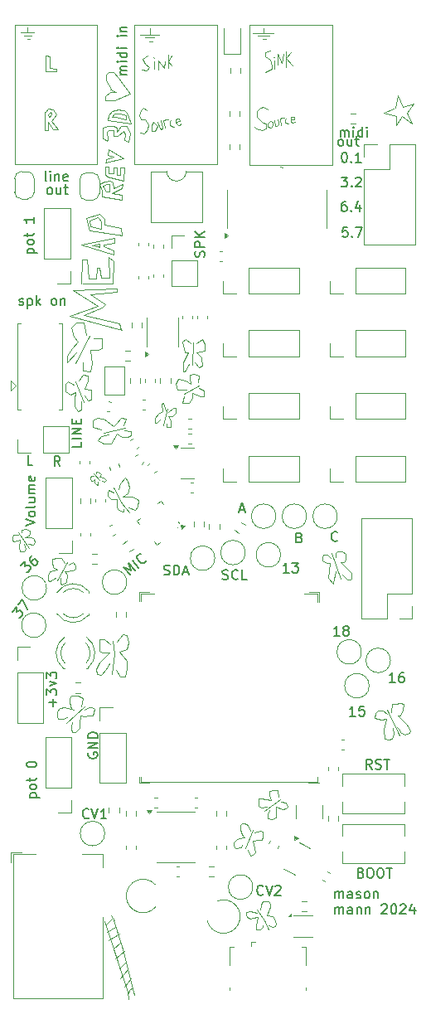
<source format=gbr>
G04 #@! TF.GenerationSoftware,KiCad,Pcbnew,8.0.3*
G04 #@! TF.CreationDate,2024-07-27T02:44:29-04:00*
G04 #@! TF.ProjectId,MEAP_Rev4,4d454150-5f52-4657-9634-2e6b69636164,rev?*
G04 #@! TF.SameCoordinates,Original*
G04 #@! TF.FileFunction,Legend,Top*
G04 #@! TF.FilePolarity,Positive*
%FSLAX46Y46*%
G04 Gerber Fmt 4.6, Leading zero omitted, Abs format (unit mm)*
G04 Created by KiCad (PCBNEW 8.0.3) date 2024-07-27 02:44:29*
%MOMM*%
%LPD*%
G01*
G04 APERTURE LIST*
%ADD10C,0.120000*%
%ADD11C,0.150000*%
G04 APERTURE END LIST*
D10*
X56910000Y-88570000D02*
X56820000Y-87970000D01*
X56700000Y-89050000D02*
X56910000Y-88570000D01*
X56410000Y-89150000D02*
X56700000Y-89050000D01*
X55990000Y-89060000D02*
X56410000Y-89150000D01*
X55910000Y-88170000D02*
X55990000Y-89060000D01*
X56170000Y-87010000D02*
X55910000Y-88170000D01*
X55670000Y-87170000D02*
X56170000Y-87010000D01*
X54940000Y-87000000D02*
X55670000Y-87170000D01*
X55060000Y-86430000D02*
X54940000Y-87000000D01*
X55330000Y-86180000D02*
X55060000Y-86430000D01*
X55760000Y-86180000D02*
X55330000Y-86180000D01*
X56220000Y-86550000D02*
X55760000Y-86180000D01*
X57450000Y-88110000D02*
X57270000Y-87860000D01*
X57590000Y-88400000D02*
X57450000Y-88110000D01*
X58040000Y-88660000D02*
X57590000Y-88400000D01*
X58530000Y-88520000D02*
X58040000Y-88660000D01*
X58610000Y-88210000D02*
X58530000Y-88520000D01*
X58270000Y-87640000D02*
X58610000Y-88210000D01*
X57350000Y-86720000D02*
X58270000Y-87640000D01*
X57610000Y-86690000D02*
X57350000Y-86720000D01*
X57840000Y-86130000D02*
X57610000Y-86690000D01*
X57920000Y-85490000D02*
X57840000Y-86130000D01*
X57560000Y-85420000D02*
X57920000Y-85490000D01*
X57100000Y-85500000D02*
X57560000Y-85420000D01*
X56730000Y-85520000D02*
X57100000Y-85500000D01*
X56610000Y-86330000D02*
X56730000Y-85520000D01*
X50760000Y-73150000D02*
X50980000Y-72000000D01*
X50710000Y-73220000D02*
X50760000Y-73150000D01*
X50170000Y-72640000D02*
X50710000Y-73220000D01*
X50420000Y-71130000D02*
X50170000Y-72640000D01*
X50030000Y-71100000D02*
X50420000Y-71130000D01*
X49640000Y-70910000D02*
X50030000Y-71100000D01*
X49590000Y-70540000D02*
X49640000Y-70910000D01*
X49710000Y-70250000D02*
X49590000Y-70540000D01*
X50100000Y-70250000D02*
X49710000Y-70250000D01*
X50490000Y-70660000D02*
X50100000Y-70250000D01*
X52120000Y-72780000D02*
X51660000Y-72270000D01*
X52510000Y-72780000D02*
X52120000Y-72780000D01*
X52610000Y-72760000D02*
X52510000Y-72780000D01*
X52580000Y-72150000D02*
X52610000Y-72760000D01*
X51510000Y-71050000D02*
X52580000Y-72150000D01*
X51800000Y-71030000D02*
X51510000Y-71050000D01*
X52020000Y-70760000D02*
X51800000Y-71030000D01*
X52000000Y-70180000D02*
X52020000Y-70760000D01*
X51680000Y-69960000D02*
X52000000Y-70180000D01*
X51170000Y-69960000D02*
X51680000Y-69960000D01*
X51000000Y-70130000D02*
X51170000Y-69960000D01*
X50930000Y-70520000D02*
X51000000Y-70130000D01*
X51510000Y-72710000D02*
X50510000Y-70130000D01*
X57450000Y-88740000D02*
X56220000Y-86140000D01*
X44070000Y-96790000D02*
X44220000Y-96320000D01*
X44070000Y-97240000D02*
X44070000Y-96790000D01*
X44470000Y-97290000D02*
X44070000Y-97240000D01*
X44900000Y-97160000D02*
X44470000Y-97290000D01*
X44900000Y-96060000D02*
X44900000Y-97160000D01*
X45590000Y-96260000D02*
X44900000Y-96060000D01*
X45910000Y-96210000D02*
X45590000Y-96260000D01*
X46060000Y-96010000D02*
X45910000Y-96210000D01*
X45930000Y-95560000D02*
X46060000Y-96010000D01*
X45350000Y-95520000D02*
X45930000Y-95560000D01*
X43330000Y-96100000D02*
X43910000Y-95990000D01*
X43100000Y-95940000D02*
X43330000Y-96100000D01*
X43080000Y-95610000D02*
X43100000Y-95940000D01*
X43080000Y-95200000D02*
X43080000Y-95610000D01*
X43350000Y-95160000D02*
X43080000Y-95200000D01*
X44400000Y-95360000D02*
X43350000Y-95160000D01*
X44240000Y-94820000D02*
X44400000Y-95360000D01*
X44240000Y-94440000D02*
X44240000Y-94820000D01*
X44600000Y-94350000D02*
X44240000Y-94440000D01*
X45080000Y-94350000D02*
X44600000Y-94350000D01*
X45140000Y-95040000D02*
X45080000Y-94350000D01*
X43710000Y-96440000D02*
X45280000Y-95250000D01*
X42250000Y-101030000D02*
X41960000Y-100410000D01*
X42490000Y-100950000D02*
X42250000Y-101030000D01*
X42800000Y-100680000D02*
X42490000Y-100950000D01*
X42680000Y-100290000D02*
X42800000Y-100680000D01*
X42490000Y-99450000D02*
X42680000Y-100290000D01*
X43130000Y-99420000D02*
X42490000Y-99450000D01*
X43420000Y-99420000D02*
X43130000Y-99420000D01*
X43520000Y-99030000D02*
X43420000Y-99420000D01*
X43520000Y-98560000D02*
X43520000Y-99030000D01*
X43240000Y-98440000D02*
X43520000Y-98560000D01*
X42670000Y-98650000D02*
X43240000Y-98440000D01*
X41300000Y-100140000D02*
X41430000Y-99900000D01*
X40730000Y-100250000D02*
X41300000Y-100140000D01*
X40570000Y-99990000D02*
X40730000Y-100250000D01*
X40570000Y-99640000D02*
X40570000Y-99990000D01*
X40800000Y-99380000D02*
X40570000Y-99640000D01*
X41040000Y-99270000D02*
X40800000Y-99380000D01*
X41650000Y-99170000D02*
X41040000Y-99270000D01*
X41530000Y-98990000D02*
X41650000Y-99170000D01*
X41290000Y-98620000D02*
X41530000Y-98990000D01*
X41260000Y-98330000D02*
X41290000Y-98620000D01*
X41260000Y-97890000D02*
X41260000Y-98330000D01*
X41390000Y-97730000D02*
X41260000Y-97890000D01*
X41640000Y-97730000D02*
X41390000Y-97730000D01*
X42010000Y-97840000D02*
X41640000Y-97730000D01*
X42290000Y-98440000D02*
X42010000Y-97840000D01*
X41720000Y-100280000D02*
X42500000Y-98410000D01*
X43500000Y-108260000D02*
X43510000Y-108120000D01*
X43290000Y-108540000D02*
X43500000Y-108260000D01*
X42870000Y-108540000D02*
X43290000Y-108540000D01*
X42830000Y-108160000D02*
X42870000Y-108540000D01*
X43010000Y-107280000D02*
X42830000Y-108160000D01*
X42510000Y-107390000D02*
X43010000Y-107280000D01*
X42290000Y-107450000D02*
X42510000Y-107390000D01*
X41920000Y-107280000D02*
X42290000Y-107450000D01*
X41790000Y-107030000D02*
X41900000Y-107260000D01*
X41800000Y-106760000D02*
X41790000Y-107030000D01*
X42210000Y-106690000D02*
X41800000Y-106760000D01*
X42890000Y-106830000D02*
X42210000Y-106690000D01*
X44550000Y-108260000D02*
X44140000Y-108140000D01*
X44790000Y-108230000D02*
X44550000Y-108260000D01*
X44900000Y-107950000D02*
X44790000Y-108230000D01*
X44690000Y-107410000D02*
X44900000Y-107950000D01*
X44510000Y-107230000D02*
X44690000Y-107410000D01*
X43920000Y-107100000D02*
X44510000Y-107230000D01*
X44180000Y-106470000D02*
X43920000Y-107100000D01*
X44290000Y-106270000D02*
X44180000Y-106470000D01*
X44290000Y-106030000D02*
X44290000Y-106270000D01*
X44200000Y-105760000D02*
X44290000Y-106030000D01*
X44130000Y-105640000D02*
X44200000Y-105760000D01*
X43840000Y-105640000D02*
X44130000Y-105640000D01*
X43640000Y-105640000D02*
X43840000Y-105640000D01*
X43470000Y-105790000D02*
X43640000Y-105640000D01*
X43330000Y-106130000D02*
X43470000Y-105790000D01*
X43270000Y-106500000D02*
X43330000Y-106130000D01*
X43700000Y-107600000D02*
X42960000Y-106510000D01*
X44090000Y-108540000D02*
X43700000Y-107600000D01*
X23980000Y-87840000D02*
X24060000Y-87340000D01*
X23980000Y-88060000D02*
X23980000Y-87840000D01*
X24080000Y-88390000D02*
X23980000Y-88060000D01*
X24410000Y-88390000D02*
X24080000Y-88390000D01*
X24780000Y-87940000D02*
X24410000Y-88390000D01*
X24820000Y-87450000D02*
X24780000Y-87940000D01*
X24910000Y-86680000D02*
X24820000Y-87450000D01*
X25340000Y-86830000D02*
X24910000Y-86680000D01*
X25750000Y-86700000D02*
X25340000Y-86830000D01*
X26180000Y-86700000D02*
X25750000Y-86700000D01*
X26360000Y-86030000D02*
X26180000Y-86700000D01*
X26060000Y-85840000D02*
X26360000Y-86030000D01*
X25710000Y-85900000D02*
X26060000Y-85840000D01*
X25280000Y-86070000D02*
X25710000Y-85900000D01*
X23080000Y-87050000D02*
X23570000Y-86870000D01*
X22600000Y-87030000D02*
X23080000Y-87050000D01*
X22540000Y-86810000D02*
X22600000Y-87030000D01*
X22540000Y-86250000D02*
X22540000Y-86810000D01*
X22790000Y-85940000D02*
X22540000Y-86250000D01*
X23260000Y-85900000D02*
X22790000Y-85940000D01*
X24210000Y-86110000D02*
X23260000Y-85900000D01*
X23960000Y-86030000D02*
X24210000Y-86110000D01*
X23820000Y-85370000D02*
X23960000Y-86030000D01*
X23820000Y-84940000D02*
X23820000Y-85370000D01*
X23980000Y-84710000D02*
X23820000Y-84940000D01*
X24640000Y-84710000D02*
X23980000Y-84710000D01*
X25110000Y-84960000D02*
X24640000Y-84710000D01*
X24990000Y-85780000D02*
X25110000Y-84960000D01*
X23420000Y-87470000D02*
X25360000Y-85760000D01*
X27510000Y-82000000D02*
X27850000Y-81350000D01*
X27050000Y-82570000D02*
X27510000Y-82000000D01*
X26630000Y-82510000D02*
X27050000Y-82570000D01*
X26490000Y-82000000D02*
X26630000Y-82510000D01*
X26800000Y-81320000D02*
X26490000Y-82000000D01*
X27850000Y-80270000D02*
X26800000Y-81320000D01*
X27080000Y-80240000D02*
X27850000Y-80270000D01*
X26880000Y-80100000D02*
X27080000Y-80240000D01*
X26850000Y-79700000D02*
X26880000Y-80100000D01*
X26850000Y-79190000D02*
X26850000Y-79700000D01*
X26880000Y-78910000D02*
X26850000Y-79190000D01*
X27360000Y-78880000D02*
X26880000Y-78910000D01*
X27960000Y-79450000D02*
X27360000Y-78880000D01*
X28920000Y-82760000D02*
X28550000Y-82030000D01*
X29460000Y-82760000D02*
X28920000Y-82760000D01*
X29600000Y-81910000D02*
X29460000Y-82760000D01*
X29600000Y-81150000D02*
X29600000Y-81910000D01*
X28840000Y-80210000D02*
X29600000Y-81150000D01*
X29600000Y-79960000D02*
X28840000Y-80210000D01*
X29830000Y-79250000D02*
X29600000Y-79960000D01*
X29600000Y-78510000D02*
X29830000Y-79250000D01*
X29210000Y-78430000D02*
X29600000Y-78510000D01*
X28640000Y-79170000D02*
X29210000Y-78430000D01*
X28360000Y-80360000D02*
X28210000Y-79110000D01*
X28070000Y-82510000D02*
X28360000Y-80360000D01*
X19290000Y-69700000D02*
X19140000Y-69220000D01*
X19170000Y-69950000D02*
X19290000Y-69700000D01*
X18740000Y-69900000D02*
X19170000Y-69950000D01*
X18650000Y-69510000D02*
X18740000Y-69900000D01*
X18730000Y-68730000D02*
X18650000Y-69510000D01*
X18090000Y-68960000D02*
X18730000Y-68730000D01*
X17950000Y-68820000D02*
X18090000Y-68960000D01*
X17950000Y-68480000D02*
X17950000Y-68820000D01*
X18000000Y-68270000D02*
X17950000Y-68480000D01*
X18180000Y-68220000D02*
X18000000Y-68270000D01*
X18520000Y-68220000D02*
X18180000Y-68220000D01*
X20100000Y-69260000D02*
X19550000Y-69140000D01*
X20200000Y-69020000D02*
X20100000Y-69260000D01*
X20120000Y-68640000D02*
X20200000Y-69020000D01*
X19890000Y-68470000D02*
X20120000Y-68640000D01*
X19230000Y-68470000D02*
X19890000Y-68470000D01*
X19630000Y-68360000D02*
X19230000Y-68470000D01*
X19740000Y-68100000D02*
X19630000Y-68360000D01*
X19690000Y-67800000D02*
X19740000Y-68100000D01*
X19320000Y-67660000D02*
X19690000Y-67800000D01*
X18880000Y-67730000D02*
X19320000Y-67660000D01*
X18850000Y-68010000D02*
X18880000Y-67730000D01*
X19630000Y-69610000D02*
X18550000Y-68010000D01*
X22870000Y-73240000D02*
X22840000Y-72690000D01*
X23000000Y-73310000D02*
X22870000Y-73240000D01*
X23490000Y-73040000D02*
X23000000Y-73310000D01*
X23530000Y-72320000D02*
X23490000Y-73040000D01*
X23310000Y-71960000D02*
X23530000Y-72320000D01*
X24140000Y-71920000D02*
X23310000Y-71960000D01*
X24370000Y-71720000D02*
X24140000Y-71920000D01*
X24370000Y-71370000D02*
X24370000Y-71720000D01*
X24150000Y-71040000D02*
X24370000Y-71370000D01*
X23680000Y-71260000D02*
X24150000Y-71040000D01*
X21720000Y-72960000D02*
X22320000Y-72650000D01*
X21570000Y-72890000D02*
X21720000Y-72960000D01*
X21570000Y-72420000D02*
X21570000Y-72890000D01*
X21760000Y-71980000D02*
X21570000Y-72420000D01*
X22530000Y-71810000D02*
X21760000Y-71980000D01*
X22100000Y-71570000D02*
X22530000Y-71810000D01*
X21990000Y-71040000D02*
X22100000Y-71570000D01*
X22050000Y-70730000D02*
X21990000Y-71040000D01*
X22530000Y-70660000D02*
X22050000Y-70730000D01*
X22980000Y-70660000D02*
X22530000Y-70660000D01*
X23280000Y-71120000D02*
X22980000Y-70660000D01*
X22490000Y-72930000D02*
X23530000Y-71040000D01*
X26670000Y-63000000D02*
X26660000Y-62800000D01*
X26650000Y-63140000D02*
X26670000Y-63000000D01*
X26480000Y-63120000D02*
X26650000Y-63140000D01*
X26350000Y-62890000D02*
X26480000Y-63120000D01*
X26340000Y-62550000D02*
X26350000Y-62890000D01*
X26140000Y-62740000D02*
X26340000Y-62550000D01*
X25960000Y-62740000D02*
X26140000Y-62740000D01*
X25940000Y-62460000D02*
X25960000Y-62740000D01*
X25950000Y-62280000D02*
X25940000Y-62460000D01*
X26040000Y-62200000D02*
X25950000Y-62280000D01*
X26230000Y-62220000D02*
X26040000Y-62200000D01*
X27380000Y-62800000D02*
X27070000Y-62740000D01*
X27500000Y-62660000D02*
X27380000Y-62800000D01*
X27300000Y-62410000D02*
X27500000Y-62660000D01*
X26870000Y-62300000D02*
X27300000Y-62410000D01*
X27030000Y-62080000D02*
X26870000Y-62300000D01*
X26800000Y-61870000D02*
X27030000Y-62080000D01*
X26560000Y-61820000D02*
X26800000Y-61870000D01*
X26490000Y-61970000D02*
X26510000Y-61800000D01*
X26850000Y-62690000D02*
X26280000Y-61990000D01*
X29300000Y-65840000D02*
X29300000Y-65620000D01*
X29150000Y-65890000D02*
X29300000Y-65840000D01*
X28670000Y-65620000D02*
X29150000Y-65890000D01*
X28620000Y-65340000D02*
X28670000Y-65620000D01*
X28620000Y-64640000D02*
X28620000Y-65340000D01*
X28010000Y-64640000D02*
X28620000Y-64640000D01*
X27660000Y-64250000D02*
X28010000Y-64640000D01*
X27660000Y-63970000D02*
X27660000Y-64250000D01*
X27800000Y-63710000D02*
X27660000Y-63970000D01*
X28300000Y-63950000D02*
X27800000Y-63710000D01*
X30490000Y-65690000D02*
X29820000Y-65470000D01*
X30750000Y-65400000D02*
X30490000Y-65690000D01*
X30860000Y-64670000D02*
X30750000Y-65400000D01*
X30260000Y-64340000D02*
X30860000Y-64670000D01*
X29230000Y-64340000D02*
X30260000Y-64340000D01*
X29760000Y-64050000D02*
X29230000Y-64340000D01*
X29860000Y-63430000D02*
X29760000Y-64050000D01*
X29730000Y-62770000D02*
X29860000Y-63430000D01*
X29430000Y-62440000D02*
X29730000Y-62770000D01*
X28930000Y-63010000D02*
X29430000Y-62440000D01*
X28800000Y-63580000D02*
X28930000Y-63010000D01*
X29140000Y-65010000D02*
X28290000Y-63420000D01*
X29930000Y-65990000D02*
X29140000Y-65010000D01*
D11*
X51419636Y-28539819D02*
X51324398Y-28492200D01*
X51324398Y-28492200D02*
X51276779Y-28444580D01*
X51276779Y-28444580D02*
X51229160Y-28349342D01*
X51229160Y-28349342D02*
X51229160Y-28063628D01*
X51229160Y-28063628D02*
X51276779Y-27968390D01*
X51276779Y-27968390D02*
X51324398Y-27920771D01*
X51324398Y-27920771D02*
X51419636Y-27873152D01*
X51419636Y-27873152D02*
X51562493Y-27873152D01*
X51562493Y-27873152D02*
X51657731Y-27920771D01*
X51657731Y-27920771D02*
X51705350Y-27968390D01*
X51705350Y-27968390D02*
X51752969Y-28063628D01*
X51752969Y-28063628D02*
X51752969Y-28349342D01*
X51752969Y-28349342D02*
X51705350Y-28444580D01*
X51705350Y-28444580D02*
X51657731Y-28492200D01*
X51657731Y-28492200D02*
X51562493Y-28539819D01*
X51562493Y-28539819D02*
X51419636Y-28539819D01*
X52610112Y-27873152D02*
X52610112Y-28539819D01*
X52181541Y-27873152D02*
X52181541Y-28396961D01*
X52181541Y-28396961D02*
X52229160Y-28492200D01*
X52229160Y-28492200D02*
X52324398Y-28539819D01*
X52324398Y-28539819D02*
X52467255Y-28539819D01*
X52467255Y-28539819D02*
X52562493Y-28492200D01*
X52562493Y-28492200D02*
X52610112Y-28444580D01*
X52943446Y-27873152D02*
X53324398Y-27873152D01*
X53086303Y-27539819D02*
X53086303Y-28396961D01*
X53086303Y-28396961D02*
X53133922Y-28492200D01*
X53133922Y-28492200D02*
X53229160Y-28539819D01*
X53229160Y-28539819D02*
X53324398Y-28539819D01*
X21689636Y-33469819D02*
X21594398Y-33422200D01*
X21594398Y-33422200D02*
X21546779Y-33374580D01*
X21546779Y-33374580D02*
X21499160Y-33279342D01*
X21499160Y-33279342D02*
X21499160Y-32993628D01*
X21499160Y-32993628D02*
X21546779Y-32898390D01*
X21546779Y-32898390D02*
X21594398Y-32850771D01*
X21594398Y-32850771D02*
X21689636Y-32803152D01*
X21689636Y-32803152D02*
X21832493Y-32803152D01*
X21832493Y-32803152D02*
X21927731Y-32850771D01*
X21927731Y-32850771D02*
X21975350Y-32898390D01*
X21975350Y-32898390D02*
X22022969Y-32993628D01*
X22022969Y-32993628D02*
X22022969Y-33279342D01*
X22022969Y-33279342D02*
X21975350Y-33374580D01*
X21975350Y-33374580D02*
X21927731Y-33422200D01*
X21927731Y-33422200D02*
X21832493Y-33469819D01*
X21832493Y-33469819D02*
X21689636Y-33469819D01*
X22880112Y-32803152D02*
X22880112Y-33469819D01*
X22451541Y-32803152D02*
X22451541Y-33326961D01*
X22451541Y-33326961D02*
X22499160Y-33422200D01*
X22499160Y-33422200D02*
X22594398Y-33469819D01*
X22594398Y-33469819D02*
X22737255Y-33469819D01*
X22737255Y-33469819D02*
X22832493Y-33422200D01*
X22832493Y-33422200D02*
X22880112Y-33374580D01*
X23213446Y-32803152D02*
X23594398Y-32803152D01*
X23356303Y-32469819D02*
X23356303Y-33326961D01*
X23356303Y-33326961D02*
X23403922Y-33422200D01*
X23403922Y-33422200D02*
X23499160Y-33469819D01*
X23499160Y-33469819D02*
X23594398Y-33469819D01*
X21439636Y-32109819D02*
X21344398Y-32062200D01*
X21344398Y-32062200D02*
X21296779Y-31966961D01*
X21296779Y-31966961D02*
X21296779Y-31109819D01*
X21820589Y-32109819D02*
X21820589Y-31443152D01*
X21820589Y-31109819D02*
X21772970Y-31157438D01*
X21772970Y-31157438D02*
X21820589Y-31205057D01*
X21820589Y-31205057D02*
X21868208Y-31157438D01*
X21868208Y-31157438D02*
X21820589Y-31109819D01*
X21820589Y-31109819D02*
X21820589Y-31205057D01*
X22296779Y-31443152D02*
X22296779Y-32109819D01*
X22296779Y-31538390D02*
X22344398Y-31490771D01*
X22344398Y-31490771D02*
X22439636Y-31443152D01*
X22439636Y-31443152D02*
X22582493Y-31443152D01*
X22582493Y-31443152D02*
X22677731Y-31490771D01*
X22677731Y-31490771D02*
X22725350Y-31586009D01*
X22725350Y-31586009D02*
X22725350Y-32109819D01*
X23582493Y-32062200D02*
X23487255Y-32109819D01*
X23487255Y-32109819D02*
X23296779Y-32109819D01*
X23296779Y-32109819D02*
X23201541Y-32062200D01*
X23201541Y-32062200D02*
X23153922Y-31966961D01*
X23153922Y-31966961D02*
X23153922Y-31586009D01*
X23153922Y-31586009D02*
X23201541Y-31490771D01*
X23201541Y-31490771D02*
X23296779Y-31443152D01*
X23296779Y-31443152D02*
X23487255Y-31443152D01*
X23487255Y-31443152D02*
X23582493Y-31490771D01*
X23582493Y-31490771D02*
X23630112Y-31586009D01*
X23630112Y-31586009D02*
X23630112Y-31681247D01*
X23630112Y-31681247D02*
X23153922Y-31776485D01*
X51456779Y-27609819D02*
X51456779Y-26943152D01*
X51456779Y-27038390D02*
X51504398Y-26990771D01*
X51504398Y-26990771D02*
X51599636Y-26943152D01*
X51599636Y-26943152D02*
X51742493Y-26943152D01*
X51742493Y-26943152D02*
X51837731Y-26990771D01*
X51837731Y-26990771D02*
X51885350Y-27086009D01*
X51885350Y-27086009D02*
X51885350Y-27609819D01*
X51885350Y-27086009D02*
X51932969Y-26990771D01*
X51932969Y-26990771D02*
X52028207Y-26943152D01*
X52028207Y-26943152D02*
X52171064Y-26943152D01*
X52171064Y-26943152D02*
X52266303Y-26990771D01*
X52266303Y-26990771D02*
X52313922Y-27086009D01*
X52313922Y-27086009D02*
X52313922Y-27609819D01*
X52790112Y-27609819D02*
X52790112Y-26943152D01*
X52790112Y-26609819D02*
X52742493Y-26657438D01*
X52742493Y-26657438D02*
X52790112Y-26705057D01*
X52790112Y-26705057D02*
X52837731Y-26657438D01*
X52837731Y-26657438D02*
X52790112Y-26609819D01*
X52790112Y-26609819D02*
X52790112Y-26705057D01*
X53694873Y-27609819D02*
X53694873Y-26609819D01*
X53694873Y-27562200D02*
X53599635Y-27609819D01*
X53599635Y-27609819D02*
X53409159Y-27609819D01*
X53409159Y-27609819D02*
X53313921Y-27562200D01*
X53313921Y-27562200D02*
X53266302Y-27514580D01*
X53266302Y-27514580D02*
X53218683Y-27419342D01*
X53218683Y-27419342D02*
X53218683Y-27133628D01*
X53218683Y-27133628D02*
X53266302Y-27038390D01*
X53266302Y-27038390D02*
X53313921Y-26990771D01*
X53313921Y-26990771D02*
X53409159Y-26943152D01*
X53409159Y-26943152D02*
X53599635Y-26943152D01*
X53599635Y-26943152D02*
X53694873Y-26990771D01*
X54171064Y-27609819D02*
X54171064Y-26943152D01*
X54171064Y-26609819D02*
X54123445Y-26657438D01*
X54123445Y-26657438D02*
X54171064Y-26705057D01*
X54171064Y-26705057D02*
X54218683Y-26657438D01*
X54218683Y-26657438D02*
X54171064Y-26609819D01*
X54171064Y-26609819D02*
X54171064Y-26705057D01*
X29659819Y-21253220D02*
X28993152Y-21253220D01*
X29088390Y-21253220D02*
X29040771Y-21205601D01*
X29040771Y-21205601D02*
X28993152Y-21110363D01*
X28993152Y-21110363D02*
X28993152Y-20967506D01*
X28993152Y-20967506D02*
X29040771Y-20872268D01*
X29040771Y-20872268D02*
X29136009Y-20824649D01*
X29136009Y-20824649D02*
X29659819Y-20824649D01*
X29136009Y-20824649D02*
X29040771Y-20777030D01*
X29040771Y-20777030D02*
X28993152Y-20681792D01*
X28993152Y-20681792D02*
X28993152Y-20538935D01*
X28993152Y-20538935D02*
X29040771Y-20443696D01*
X29040771Y-20443696D02*
X29136009Y-20396077D01*
X29136009Y-20396077D02*
X29659819Y-20396077D01*
X29659819Y-19919887D02*
X28993152Y-19919887D01*
X28659819Y-19919887D02*
X28707438Y-19967506D01*
X28707438Y-19967506D02*
X28755057Y-19919887D01*
X28755057Y-19919887D02*
X28707438Y-19872268D01*
X28707438Y-19872268D02*
X28659819Y-19919887D01*
X28659819Y-19919887D02*
X28755057Y-19919887D01*
X29659819Y-19015126D02*
X28659819Y-19015126D01*
X29612200Y-19015126D02*
X29659819Y-19110364D01*
X29659819Y-19110364D02*
X29659819Y-19300840D01*
X29659819Y-19300840D02*
X29612200Y-19396078D01*
X29612200Y-19396078D02*
X29564580Y-19443697D01*
X29564580Y-19443697D02*
X29469342Y-19491316D01*
X29469342Y-19491316D02*
X29183628Y-19491316D01*
X29183628Y-19491316D02*
X29088390Y-19443697D01*
X29088390Y-19443697D02*
X29040771Y-19396078D01*
X29040771Y-19396078D02*
X28993152Y-19300840D01*
X28993152Y-19300840D02*
X28993152Y-19110364D01*
X28993152Y-19110364D02*
X29040771Y-19015126D01*
X29659819Y-18538935D02*
X28993152Y-18538935D01*
X28659819Y-18538935D02*
X28707438Y-18586554D01*
X28707438Y-18586554D02*
X28755057Y-18538935D01*
X28755057Y-18538935D02*
X28707438Y-18491316D01*
X28707438Y-18491316D02*
X28659819Y-18538935D01*
X28659819Y-18538935D02*
X28755057Y-18538935D01*
X29659819Y-17300840D02*
X28993152Y-17300840D01*
X28659819Y-17300840D02*
X28707438Y-17348459D01*
X28707438Y-17348459D02*
X28755057Y-17300840D01*
X28755057Y-17300840D02*
X28707438Y-17253221D01*
X28707438Y-17253221D02*
X28659819Y-17300840D01*
X28659819Y-17300840D02*
X28755057Y-17300840D01*
X28993152Y-16824650D02*
X29659819Y-16824650D01*
X29088390Y-16824650D02*
X29040771Y-16777031D01*
X29040771Y-16777031D02*
X28993152Y-16681793D01*
X28993152Y-16681793D02*
X28993152Y-16538936D01*
X28993152Y-16538936D02*
X29040771Y-16443698D01*
X29040771Y-16443698D02*
X29136009Y-16396079D01*
X29136009Y-16396079D02*
X29659819Y-16396079D01*
X52172969Y-36829819D02*
X51696779Y-36829819D01*
X51696779Y-36829819D02*
X51649160Y-37306009D01*
X51649160Y-37306009D02*
X51696779Y-37258390D01*
X51696779Y-37258390D02*
X51792017Y-37210771D01*
X51792017Y-37210771D02*
X52030112Y-37210771D01*
X52030112Y-37210771D02*
X52125350Y-37258390D01*
X52125350Y-37258390D02*
X52172969Y-37306009D01*
X52172969Y-37306009D02*
X52220588Y-37401247D01*
X52220588Y-37401247D02*
X52220588Y-37639342D01*
X52220588Y-37639342D02*
X52172969Y-37734580D01*
X52172969Y-37734580D02*
X52125350Y-37782200D01*
X52125350Y-37782200D02*
X52030112Y-37829819D01*
X52030112Y-37829819D02*
X51792017Y-37829819D01*
X51792017Y-37829819D02*
X51696779Y-37782200D01*
X51696779Y-37782200D02*
X51649160Y-37734580D01*
X52649160Y-37734580D02*
X52696779Y-37782200D01*
X52696779Y-37782200D02*
X52649160Y-37829819D01*
X52649160Y-37829819D02*
X52601541Y-37782200D01*
X52601541Y-37782200D02*
X52649160Y-37734580D01*
X52649160Y-37734580D02*
X52649160Y-37829819D01*
X53030112Y-36829819D02*
X53696778Y-36829819D01*
X53696778Y-36829819D02*
X53268207Y-37829819D01*
X52025350Y-34209819D02*
X51834874Y-34209819D01*
X51834874Y-34209819D02*
X51739636Y-34257438D01*
X51739636Y-34257438D02*
X51692017Y-34305057D01*
X51692017Y-34305057D02*
X51596779Y-34447914D01*
X51596779Y-34447914D02*
X51549160Y-34638390D01*
X51549160Y-34638390D02*
X51549160Y-35019342D01*
X51549160Y-35019342D02*
X51596779Y-35114580D01*
X51596779Y-35114580D02*
X51644398Y-35162200D01*
X51644398Y-35162200D02*
X51739636Y-35209819D01*
X51739636Y-35209819D02*
X51930112Y-35209819D01*
X51930112Y-35209819D02*
X52025350Y-35162200D01*
X52025350Y-35162200D02*
X52072969Y-35114580D01*
X52072969Y-35114580D02*
X52120588Y-35019342D01*
X52120588Y-35019342D02*
X52120588Y-34781247D01*
X52120588Y-34781247D02*
X52072969Y-34686009D01*
X52072969Y-34686009D02*
X52025350Y-34638390D01*
X52025350Y-34638390D02*
X51930112Y-34590771D01*
X51930112Y-34590771D02*
X51739636Y-34590771D01*
X51739636Y-34590771D02*
X51644398Y-34638390D01*
X51644398Y-34638390D02*
X51596779Y-34686009D01*
X51596779Y-34686009D02*
X51549160Y-34781247D01*
X52549160Y-35114580D02*
X52596779Y-35162200D01*
X52596779Y-35162200D02*
X52549160Y-35209819D01*
X52549160Y-35209819D02*
X52501541Y-35162200D01*
X52501541Y-35162200D02*
X52549160Y-35114580D01*
X52549160Y-35114580D02*
X52549160Y-35209819D01*
X53453921Y-34543152D02*
X53453921Y-35209819D01*
X53215826Y-34162200D02*
X52977731Y-34876485D01*
X52977731Y-34876485D02*
X53596778Y-34876485D01*
X51541541Y-31719819D02*
X52160588Y-31719819D01*
X52160588Y-31719819D02*
X51827255Y-32100771D01*
X51827255Y-32100771D02*
X51970112Y-32100771D01*
X51970112Y-32100771D02*
X52065350Y-32148390D01*
X52065350Y-32148390D02*
X52112969Y-32196009D01*
X52112969Y-32196009D02*
X52160588Y-32291247D01*
X52160588Y-32291247D02*
X52160588Y-32529342D01*
X52160588Y-32529342D02*
X52112969Y-32624580D01*
X52112969Y-32624580D02*
X52065350Y-32672200D01*
X52065350Y-32672200D02*
X51970112Y-32719819D01*
X51970112Y-32719819D02*
X51684398Y-32719819D01*
X51684398Y-32719819D02*
X51589160Y-32672200D01*
X51589160Y-32672200D02*
X51541541Y-32624580D01*
X52589160Y-32624580D02*
X52636779Y-32672200D01*
X52636779Y-32672200D02*
X52589160Y-32719819D01*
X52589160Y-32719819D02*
X52541541Y-32672200D01*
X52541541Y-32672200D02*
X52589160Y-32624580D01*
X52589160Y-32624580D02*
X52589160Y-32719819D01*
X53017731Y-31815057D02*
X53065350Y-31767438D01*
X53065350Y-31767438D02*
X53160588Y-31719819D01*
X53160588Y-31719819D02*
X53398683Y-31719819D01*
X53398683Y-31719819D02*
X53493921Y-31767438D01*
X53493921Y-31767438D02*
X53541540Y-31815057D01*
X53541540Y-31815057D02*
X53589159Y-31910295D01*
X53589159Y-31910295D02*
X53589159Y-32005533D01*
X53589159Y-32005533D02*
X53541540Y-32148390D01*
X53541540Y-32148390D02*
X52970112Y-32719819D01*
X52970112Y-32719819D02*
X53589159Y-32719819D01*
X51807255Y-29209819D02*
X51902493Y-29209819D01*
X51902493Y-29209819D02*
X51997731Y-29257438D01*
X51997731Y-29257438D02*
X52045350Y-29305057D01*
X52045350Y-29305057D02*
X52092969Y-29400295D01*
X52092969Y-29400295D02*
X52140588Y-29590771D01*
X52140588Y-29590771D02*
X52140588Y-29828866D01*
X52140588Y-29828866D02*
X52092969Y-30019342D01*
X52092969Y-30019342D02*
X52045350Y-30114580D01*
X52045350Y-30114580D02*
X51997731Y-30162200D01*
X51997731Y-30162200D02*
X51902493Y-30209819D01*
X51902493Y-30209819D02*
X51807255Y-30209819D01*
X51807255Y-30209819D02*
X51712017Y-30162200D01*
X51712017Y-30162200D02*
X51664398Y-30114580D01*
X51664398Y-30114580D02*
X51616779Y-30019342D01*
X51616779Y-30019342D02*
X51569160Y-29828866D01*
X51569160Y-29828866D02*
X51569160Y-29590771D01*
X51569160Y-29590771D02*
X51616779Y-29400295D01*
X51616779Y-29400295D02*
X51664398Y-29305057D01*
X51664398Y-29305057D02*
X51712017Y-29257438D01*
X51712017Y-29257438D02*
X51807255Y-29209819D01*
X52569160Y-30114580D02*
X52616779Y-30162200D01*
X52616779Y-30162200D02*
X52569160Y-30209819D01*
X52569160Y-30209819D02*
X52521541Y-30162200D01*
X52521541Y-30162200D02*
X52569160Y-30114580D01*
X52569160Y-30114580D02*
X52569160Y-30209819D01*
X53569159Y-30209819D02*
X52997731Y-30209819D01*
X53283445Y-30209819D02*
X53283445Y-29209819D01*
X53283445Y-29209819D02*
X53188207Y-29352676D01*
X53188207Y-29352676D02*
X53092969Y-29447914D01*
X53092969Y-29447914D02*
X52997731Y-29495533D01*
X37542200Y-39860839D02*
X37589819Y-39717982D01*
X37589819Y-39717982D02*
X37589819Y-39479887D01*
X37589819Y-39479887D02*
X37542200Y-39384649D01*
X37542200Y-39384649D02*
X37494580Y-39337030D01*
X37494580Y-39337030D02*
X37399342Y-39289411D01*
X37399342Y-39289411D02*
X37304104Y-39289411D01*
X37304104Y-39289411D02*
X37208866Y-39337030D01*
X37208866Y-39337030D02*
X37161247Y-39384649D01*
X37161247Y-39384649D02*
X37113628Y-39479887D01*
X37113628Y-39479887D02*
X37066009Y-39670363D01*
X37066009Y-39670363D02*
X37018390Y-39765601D01*
X37018390Y-39765601D02*
X36970771Y-39813220D01*
X36970771Y-39813220D02*
X36875533Y-39860839D01*
X36875533Y-39860839D02*
X36780295Y-39860839D01*
X36780295Y-39860839D02*
X36685057Y-39813220D01*
X36685057Y-39813220D02*
X36637438Y-39765601D01*
X36637438Y-39765601D02*
X36589819Y-39670363D01*
X36589819Y-39670363D02*
X36589819Y-39432268D01*
X36589819Y-39432268D02*
X36637438Y-39289411D01*
X37589819Y-38860839D02*
X36589819Y-38860839D01*
X36589819Y-38860839D02*
X36589819Y-38479887D01*
X36589819Y-38479887D02*
X36637438Y-38384649D01*
X36637438Y-38384649D02*
X36685057Y-38337030D01*
X36685057Y-38337030D02*
X36780295Y-38289411D01*
X36780295Y-38289411D02*
X36923152Y-38289411D01*
X36923152Y-38289411D02*
X37018390Y-38337030D01*
X37018390Y-38337030D02*
X37066009Y-38384649D01*
X37066009Y-38384649D02*
X37113628Y-38479887D01*
X37113628Y-38479887D02*
X37113628Y-38860839D01*
X37589819Y-37860839D02*
X36589819Y-37860839D01*
X37589819Y-37289411D02*
X37018390Y-37717982D01*
X36589819Y-37289411D02*
X37161247Y-37860839D01*
X53550112Y-102746009D02*
X53692969Y-102793628D01*
X53692969Y-102793628D02*
X53740588Y-102841247D01*
X53740588Y-102841247D02*
X53788207Y-102936485D01*
X53788207Y-102936485D02*
X53788207Y-103079342D01*
X53788207Y-103079342D02*
X53740588Y-103174580D01*
X53740588Y-103174580D02*
X53692969Y-103222200D01*
X53692969Y-103222200D02*
X53597731Y-103269819D01*
X53597731Y-103269819D02*
X53216779Y-103269819D01*
X53216779Y-103269819D02*
X53216779Y-102269819D01*
X53216779Y-102269819D02*
X53550112Y-102269819D01*
X53550112Y-102269819D02*
X53645350Y-102317438D01*
X53645350Y-102317438D02*
X53692969Y-102365057D01*
X53692969Y-102365057D02*
X53740588Y-102460295D01*
X53740588Y-102460295D02*
X53740588Y-102555533D01*
X53740588Y-102555533D02*
X53692969Y-102650771D01*
X53692969Y-102650771D02*
X53645350Y-102698390D01*
X53645350Y-102698390D02*
X53550112Y-102746009D01*
X53550112Y-102746009D02*
X53216779Y-102746009D01*
X54407255Y-102269819D02*
X54597731Y-102269819D01*
X54597731Y-102269819D02*
X54692969Y-102317438D01*
X54692969Y-102317438D02*
X54788207Y-102412676D01*
X54788207Y-102412676D02*
X54835826Y-102603152D01*
X54835826Y-102603152D02*
X54835826Y-102936485D01*
X54835826Y-102936485D02*
X54788207Y-103126961D01*
X54788207Y-103126961D02*
X54692969Y-103222200D01*
X54692969Y-103222200D02*
X54597731Y-103269819D01*
X54597731Y-103269819D02*
X54407255Y-103269819D01*
X54407255Y-103269819D02*
X54312017Y-103222200D01*
X54312017Y-103222200D02*
X54216779Y-103126961D01*
X54216779Y-103126961D02*
X54169160Y-102936485D01*
X54169160Y-102936485D02*
X54169160Y-102603152D01*
X54169160Y-102603152D02*
X54216779Y-102412676D01*
X54216779Y-102412676D02*
X54312017Y-102317438D01*
X54312017Y-102317438D02*
X54407255Y-102269819D01*
X55454874Y-102269819D02*
X55645350Y-102269819D01*
X55645350Y-102269819D02*
X55740588Y-102317438D01*
X55740588Y-102317438D02*
X55835826Y-102412676D01*
X55835826Y-102412676D02*
X55883445Y-102603152D01*
X55883445Y-102603152D02*
X55883445Y-102936485D01*
X55883445Y-102936485D02*
X55835826Y-103126961D01*
X55835826Y-103126961D02*
X55740588Y-103222200D01*
X55740588Y-103222200D02*
X55645350Y-103269819D01*
X55645350Y-103269819D02*
X55454874Y-103269819D01*
X55454874Y-103269819D02*
X55359636Y-103222200D01*
X55359636Y-103222200D02*
X55264398Y-103126961D01*
X55264398Y-103126961D02*
X55216779Y-102936485D01*
X55216779Y-102936485D02*
X55216779Y-102603152D01*
X55216779Y-102603152D02*
X55264398Y-102412676D01*
X55264398Y-102412676D02*
X55359636Y-102317438D01*
X55359636Y-102317438D02*
X55454874Y-102269819D01*
X56169160Y-102269819D02*
X56740588Y-102269819D01*
X56454874Y-103269819D02*
X56454874Y-102269819D01*
X54668207Y-92169819D02*
X54334874Y-91693628D01*
X54096779Y-92169819D02*
X54096779Y-91169819D01*
X54096779Y-91169819D02*
X54477731Y-91169819D01*
X54477731Y-91169819D02*
X54572969Y-91217438D01*
X54572969Y-91217438D02*
X54620588Y-91265057D01*
X54620588Y-91265057D02*
X54668207Y-91360295D01*
X54668207Y-91360295D02*
X54668207Y-91503152D01*
X54668207Y-91503152D02*
X54620588Y-91598390D01*
X54620588Y-91598390D02*
X54572969Y-91646009D01*
X54572969Y-91646009D02*
X54477731Y-91693628D01*
X54477731Y-91693628D02*
X54096779Y-91693628D01*
X55049160Y-92122200D02*
X55192017Y-92169819D01*
X55192017Y-92169819D02*
X55430112Y-92169819D01*
X55430112Y-92169819D02*
X55525350Y-92122200D01*
X55525350Y-92122200D02*
X55572969Y-92074580D01*
X55572969Y-92074580D02*
X55620588Y-91979342D01*
X55620588Y-91979342D02*
X55620588Y-91884104D01*
X55620588Y-91884104D02*
X55572969Y-91788866D01*
X55572969Y-91788866D02*
X55525350Y-91741247D01*
X55525350Y-91741247D02*
X55430112Y-91693628D01*
X55430112Y-91693628D02*
X55239636Y-91646009D01*
X55239636Y-91646009D02*
X55144398Y-91598390D01*
X55144398Y-91598390D02*
X55096779Y-91550771D01*
X55096779Y-91550771D02*
X55049160Y-91455533D01*
X55049160Y-91455533D02*
X55049160Y-91360295D01*
X55049160Y-91360295D02*
X55096779Y-91265057D01*
X55096779Y-91265057D02*
X55144398Y-91217438D01*
X55144398Y-91217438D02*
X55239636Y-91169819D01*
X55239636Y-91169819D02*
X55477731Y-91169819D01*
X55477731Y-91169819D02*
X55620588Y-91217438D01*
X55906303Y-91169819D02*
X56477731Y-91169819D01*
X56192017Y-92169819D02*
X56192017Y-91169819D01*
X29954309Y-72333798D02*
X29311521Y-71567753D01*
X29311521Y-71567753D02*
X30026003Y-71900665D01*
X30026003Y-71900665D02*
X29822217Y-71139228D01*
X29822217Y-71139228D02*
X30465005Y-71905273D01*
X30829788Y-71599183D02*
X30187000Y-70833139D01*
X31571092Y-70852830D02*
X31565223Y-70919918D01*
X31565223Y-70919918D02*
X31486397Y-71048223D01*
X31486397Y-71048223D02*
X31413440Y-71109441D01*
X31413440Y-71109441D02*
X31273397Y-71164789D01*
X31273397Y-71164789D02*
X31139222Y-71153050D01*
X31139222Y-71153050D02*
X31041526Y-71110703D01*
X31041526Y-71110703D02*
X30882612Y-70995398D01*
X30882612Y-70995398D02*
X30790785Y-70885963D01*
X30790785Y-70885963D02*
X30704828Y-70709441D01*
X30704828Y-70709441D02*
X30680088Y-70605876D01*
X30680088Y-70605876D02*
X30691827Y-70471701D01*
X30691827Y-70471701D02*
X30770653Y-70343396D01*
X30770653Y-70343396D02*
X30843609Y-70282178D01*
X30843609Y-70282178D02*
X30983653Y-70226830D01*
X30983653Y-70226830D02*
X31050741Y-70232699D01*
X25019819Y-58757030D02*
X25019819Y-59233220D01*
X25019819Y-59233220D02*
X24019819Y-59233220D01*
X25019819Y-58423696D02*
X24019819Y-58423696D01*
X25019819Y-57947506D02*
X24019819Y-57947506D01*
X24019819Y-57947506D02*
X25019819Y-57376078D01*
X25019819Y-57376078D02*
X24019819Y-57376078D01*
X24496009Y-56899887D02*
X24496009Y-56566554D01*
X25019819Y-56423697D02*
X25019819Y-56899887D01*
X25019819Y-56899887D02*
X24019819Y-56899887D01*
X24019819Y-56899887D02*
X24019819Y-56423697D01*
X22818207Y-61209819D02*
X22484874Y-60733628D01*
X22246779Y-61209819D02*
X22246779Y-60209819D01*
X22246779Y-60209819D02*
X22627731Y-60209819D01*
X22627731Y-60209819D02*
X22722969Y-60257438D01*
X22722969Y-60257438D02*
X22770588Y-60305057D01*
X22770588Y-60305057D02*
X22818207Y-60400295D01*
X22818207Y-60400295D02*
X22818207Y-60543152D01*
X22818207Y-60543152D02*
X22770588Y-60638390D01*
X22770588Y-60638390D02*
X22722969Y-60686009D01*
X22722969Y-60686009D02*
X22627731Y-60733628D01*
X22627731Y-60733628D02*
X22246779Y-60733628D01*
X20012969Y-61139819D02*
X19536779Y-61139819D01*
X19536779Y-61139819D02*
X19536779Y-60139819D01*
X43558207Y-104944580D02*
X43510588Y-104992200D01*
X43510588Y-104992200D02*
X43367731Y-105039819D01*
X43367731Y-105039819D02*
X43272493Y-105039819D01*
X43272493Y-105039819D02*
X43129636Y-104992200D01*
X43129636Y-104992200D02*
X43034398Y-104896961D01*
X43034398Y-104896961D02*
X42986779Y-104801723D01*
X42986779Y-104801723D02*
X42939160Y-104611247D01*
X42939160Y-104611247D02*
X42939160Y-104468390D01*
X42939160Y-104468390D02*
X42986779Y-104277914D01*
X42986779Y-104277914D02*
X43034398Y-104182676D01*
X43034398Y-104182676D02*
X43129636Y-104087438D01*
X43129636Y-104087438D02*
X43272493Y-104039819D01*
X43272493Y-104039819D02*
X43367731Y-104039819D01*
X43367731Y-104039819D02*
X43510588Y-104087438D01*
X43510588Y-104087438D02*
X43558207Y-104135057D01*
X43843922Y-104039819D02*
X44177255Y-105039819D01*
X44177255Y-105039819D02*
X44510588Y-104039819D01*
X44796303Y-104135057D02*
X44843922Y-104087438D01*
X44843922Y-104087438D02*
X44939160Y-104039819D01*
X44939160Y-104039819D02*
X45177255Y-104039819D01*
X45177255Y-104039819D02*
X45272493Y-104087438D01*
X45272493Y-104087438D02*
X45320112Y-104135057D01*
X45320112Y-104135057D02*
X45367731Y-104230295D01*
X45367731Y-104230295D02*
X45367731Y-104325533D01*
X45367731Y-104325533D02*
X45320112Y-104468390D01*
X45320112Y-104468390D02*
X44748684Y-105039819D01*
X44748684Y-105039819D02*
X45367731Y-105039819D01*
X25748207Y-97114580D02*
X25700588Y-97162200D01*
X25700588Y-97162200D02*
X25557731Y-97209819D01*
X25557731Y-97209819D02*
X25462493Y-97209819D01*
X25462493Y-97209819D02*
X25319636Y-97162200D01*
X25319636Y-97162200D02*
X25224398Y-97066961D01*
X25224398Y-97066961D02*
X25176779Y-96971723D01*
X25176779Y-96971723D02*
X25129160Y-96781247D01*
X25129160Y-96781247D02*
X25129160Y-96638390D01*
X25129160Y-96638390D02*
X25176779Y-96447914D01*
X25176779Y-96447914D02*
X25224398Y-96352676D01*
X25224398Y-96352676D02*
X25319636Y-96257438D01*
X25319636Y-96257438D02*
X25462493Y-96209819D01*
X25462493Y-96209819D02*
X25557731Y-96209819D01*
X25557731Y-96209819D02*
X25700588Y-96257438D01*
X25700588Y-96257438D02*
X25748207Y-96305057D01*
X26033922Y-96209819D02*
X26367255Y-97209819D01*
X26367255Y-97209819D02*
X26700588Y-96209819D01*
X27557731Y-97209819D02*
X26986303Y-97209819D01*
X27272017Y-97209819D02*
X27272017Y-96209819D01*
X27272017Y-96209819D02*
X27176779Y-96352676D01*
X27176779Y-96352676D02*
X27081541Y-96447914D01*
X27081541Y-96447914D02*
X26986303Y-96495533D01*
X25707438Y-90509411D02*
X25659819Y-90604649D01*
X25659819Y-90604649D02*
X25659819Y-90747506D01*
X25659819Y-90747506D02*
X25707438Y-90890363D01*
X25707438Y-90890363D02*
X25802676Y-90985601D01*
X25802676Y-90985601D02*
X25897914Y-91033220D01*
X25897914Y-91033220D02*
X26088390Y-91080839D01*
X26088390Y-91080839D02*
X26231247Y-91080839D01*
X26231247Y-91080839D02*
X26421723Y-91033220D01*
X26421723Y-91033220D02*
X26516961Y-90985601D01*
X26516961Y-90985601D02*
X26612200Y-90890363D01*
X26612200Y-90890363D02*
X26659819Y-90747506D01*
X26659819Y-90747506D02*
X26659819Y-90652268D01*
X26659819Y-90652268D02*
X26612200Y-90509411D01*
X26612200Y-90509411D02*
X26564580Y-90461792D01*
X26564580Y-90461792D02*
X26231247Y-90461792D01*
X26231247Y-90461792D02*
X26231247Y-90652268D01*
X26659819Y-90033220D02*
X25659819Y-90033220D01*
X25659819Y-90033220D02*
X26659819Y-89461792D01*
X26659819Y-89461792D02*
X25659819Y-89461792D01*
X26659819Y-88985601D02*
X25659819Y-88985601D01*
X25659819Y-88985601D02*
X25659819Y-88747506D01*
X25659819Y-88747506D02*
X25707438Y-88604649D01*
X25707438Y-88604649D02*
X25802676Y-88509411D01*
X25802676Y-88509411D02*
X25897914Y-88461792D01*
X25897914Y-88461792D02*
X26088390Y-88414173D01*
X26088390Y-88414173D02*
X26231247Y-88414173D01*
X26231247Y-88414173D02*
X26421723Y-88461792D01*
X26421723Y-88461792D02*
X26516961Y-88509411D01*
X26516961Y-88509411D02*
X26612200Y-88604649D01*
X26612200Y-88604649D02*
X26659819Y-88747506D01*
X26659819Y-88747506D02*
X26659819Y-88985601D01*
X22078866Y-85763220D02*
X22078866Y-85001316D01*
X22459819Y-85382268D02*
X21697914Y-85382268D01*
X21459819Y-84620363D02*
X21459819Y-84001316D01*
X21459819Y-84001316D02*
X21840771Y-84334649D01*
X21840771Y-84334649D02*
X21840771Y-84191792D01*
X21840771Y-84191792D02*
X21888390Y-84096554D01*
X21888390Y-84096554D02*
X21936009Y-84048935D01*
X21936009Y-84048935D02*
X22031247Y-84001316D01*
X22031247Y-84001316D02*
X22269342Y-84001316D01*
X22269342Y-84001316D02*
X22364580Y-84048935D01*
X22364580Y-84048935D02*
X22412200Y-84096554D01*
X22412200Y-84096554D02*
X22459819Y-84191792D01*
X22459819Y-84191792D02*
X22459819Y-84477506D01*
X22459819Y-84477506D02*
X22412200Y-84572744D01*
X22412200Y-84572744D02*
X22364580Y-84620363D01*
X21793152Y-83667982D02*
X22459819Y-83429887D01*
X22459819Y-83429887D02*
X21793152Y-83191792D01*
X21459819Y-82906077D02*
X21459819Y-82287030D01*
X21459819Y-82287030D02*
X21840771Y-82620363D01*
X21840771Y-82620363D02*
X21840771Y-82477506D01*
X21840771Y-82477506D02*
X21888390Y-82382268D01*
X21888390Y-82382268D02*
X21936009Y-82334649D01*
X21936009Y-82334649D02*
X22031247Y-82287030D01*
X22031247Y-82287030D02*
X22269342Y-82287030D01*
X22269342Y-82287030D02*
X22364580Y-82334649D01*
X22364580Y-82334649D02*
X22412200Y-82382268D01*
X22412200Y-82382268D02*
X22459819Y-82477506D01*
X22459819Y-82477506D02*
X22459819Y-82763220D01*
X22459819Y-82763220D02*
X22412200Y-82858458D01*
X22412200Y-82858458D02*
X22364580Y-82906077D01*
X17939490Y-76118502D02*
X18337406Y-75644284D01*
X18337406Y-75644284D02*
X18414970Y-76144504D01*
X18414970Y-76144504D02*
X18506797Y-76035069D01*
X18506797Y-76035069D02*
X18604493Y-75992721D01*
X18604493Y-75992721D02*
X18671581Y-75986852D01*
X18671581Y-75986852D02*
X18775146Y-76011591D01*
X18775146Y-76011591D02*
X18957538Y-76164636D01*
X18957538Y-76164636D02*
X18999885Y-76262332D01*
X18999885Y-76262332D02*
X19005755Y-76329419D01*
X19005755Y-76329419D02*
X18981015Y-76432985D01*
X18981015Y-76432985D02*
X18797362Y-76651855D01*
X18797362Y-76651855D02*
X18699665Y-76694202D01*
X18699665Y-76694202D02*
X18632578Y-76700072D01*
X18551669Y-75388936D02*
X18980194Y-74878239D01*
X18980194Y-74878239D02*
X19470758Y-75849332D01*
X18788564Y-71348971D02*
X19262782Y-70951055D01*
X19262782Y-70951055D02*
X19252306Y-71457144D01*
X19252306Y-71457144D02*
X19361741Y-71365317D01*
X19361741Y-71365317D02*
X19465306Y-71340577D01*
X19465306Y-71340577D02*
X19532393Y-71346447D01*
X19532393Y-71346447D02*
X19630090Y-71388795D01*
X19630090Y-71388795D02*
X19783134Y-71571186D01*
X19783134Y-71571186D02*
X19807874Y-71674752D01*
X19807874Y-71674752D02*
X19802004Y-71741839D01*
X19802004Y-71741839D02*
X19759657Y-71839535D01*
X19759657Y-71839535D02*
X19540787Y-72023189D01*
X19540787Y-72023189D02*
X19437221Y-72047928D01*
X19437221Y-72047928D02*
X19370134Y-72042059D01*
X19919392Y-70400094D02*
X19773479Y-70522530D01*
X19773479Y-70522530D02*
X19731131Y-70620226D01*
X19731131Y-70620226D02*
X19725262Y-70687313D01*
X19725262Y-70687313D02*
X19744132Y-70857966D01*
X19744132Y-70857966D02*
X19830089Y-71034488D01*
X19830089Y-71034488D02*
X20074961Y-71326315D01*
X20074961Y-71326315D02*
X20172657Y-71368662D01*
X20172657Y-71368662D02*
X20239744Y-71374532D01*
X20239744Y-71374532D02*
X20343310Y-71349792D01*
X20343310Y-71349792D02*
X20489223Y-71227356D01*
X20489223Y-71227356D02*
X20531571Y-71129660D01*
X20531571Y-71129660D02*
X20537440Y-71062573D01*
X20537440Y-71062573D02*
X20512700Y-70959007D01*
X20512700Y-70959007D02*
X20359656Y-70776616D01*
X20359656Y-70776616D02*
X20261960Y-70734268D01*
X20261960Y-70734268D02*
X20194872Y-70728399D01*
X20194872Y-70728399D02*
X20091307Y-70753138D01*
X20091307Y-70753138D02*
X19945394Y-70875574D01*
X19945394Y-70875574D02*
X19903046Y-70973270D01*
X19903046Y-70973270D02*
X19897177Y-71040358D01*
X19897177Y-71040358D02*
X19921916Y-71143923D01*
X46190588Y-72099819D02*
X45619160Y-72099819D01*
X45904874Y-72099819D02*
X45904874Y-71099819D01*
X45904874Y-71099819D02*
X45809636Y-71242676D01*
X45809636Y-71242676D02*
X45714398Y-71337914D01*
X45714398Y-71337914D02*
X45619160Y-71385533D01*
X46523922Y-71099819D02*
X47142969Y-71099819D01*
X47142969Y-71099819D02*
X46809636Y-71480771D01*
X46809636Y-71480771D02*
X46952493Y-71480771D01*
X46952493Y-71480771D02*
X47047731Y-71528390D01*
X47047731Y-71528390D02*
X47095350Y-71576009D01*
X47095350Y-71576009D02*
X47142969Y-71671247D01*
X47142969Y-71671247D02*
X47142969Y-71909342D01*
X47142969Y-71909342D02*
X47095350Y-72004580D01*
X47095350Y-72004580D02*
X47047731Y-72052200D01*
X47047731Y-72052200D02*
X46952493Y-72099819D01*
X46952493Y-72099819D02*
X46666779Y-72099819D01*
X46666779Y-72099819D02*
X46571541Y-72052200D01*
X46571541Y-72052200D02*
X46523922Y-72004580D01*
X39409160Y-72762200D02*
X39552017Y-72809819D01*
X39552017Y-72809819D02*
X39790112Y-72809819D01*
X39790112Y-72809819D02*
X39885350Y-72762200D01*
X39885350Y-72762200D02*
X39932969Y-72714580D01*
X39932969Y-72714580D02*
X39980588Y-72619342D01*
X39980588Y-72619342D02*
X39980588Y-72524104D01*
X39980588Y-72524104D02*
X39932969Y-72428866D01*
X39932969Y-72428866D02*
X39885350Y-72381247D01*
X39885350Y-72381247D02*
X39790112Y-72333628D01*
X39790112Y-72333628D02*
X39599636Y-72286009D01*
X39599636Y-72286009D02*
X39504398Y-72238390D01*
X39504398Y-72238390D02*
X39456779Y-72190771D01*
X39456779Y-72190771D02*
X39409160Y-72095533D01*
X39409160Y-72095533D02*
X39409160Y-72000295D01*
X39409160Y-72000295D02*
X39456779Y-71905057D01*
X39456779Y-71905057D02*
X39504398Y-71857438D01*
X39504398Y-71857438D02*
X39599636Y-71809819D01*
X39599636Y-71809819D02*
X39837731Y-71809819D01*
X39837731Y-71809819D02*
X39980588Y-71857438D01*
X40980588Y-72714580D02*
X40932969Y-72762200D01*
X40932969Y-72762200D02*
X40790112Y-72809819D01*
X40790112Y-72809819D02*
X40694874Y-72809819D01*
X40694874Y-72809819D02*
X40552017Y-72762200D01*
X40552017Y-72762200D02*
X40456779Y-72666961D01*
X40456779Y-72666961D02*
X40409160Y-72571723D01*
X40409160Y-72571723D02*
X40361541Y-72381247D01*
X40361541Y-72381247D02*
X40361541Y-72238390D01*
X40361541Y-72238390D02*
X40409160Y-72047914D01*
X40409160Y-72047914D02*
X40456779Y-71952676D01*
X40456779Y-71952676D02*
X40552017Y-71857438D01*
X40552017Y-71857438D02*
X40694874Y-71809819D01*
X40694874Y-71809819D02*
X40790112Y-71809819D01*
X40790112Y-71809819D02*
X40932969Y-71857438D01*
X40932969Y-71857438D02*
X40980588Y-71905057D01*
X41885350Y-72809819D02*
X41409160Y-72809819D01*
X41409160Y-72809819D02*
X41409160Y-71809819D01*
X33439160Y-72292200D02*
X33582017Y-72339819D01*
X33582017Y-72339819D02*
X33820112Y-72339819D01*
X33820112Y-72339819D02*
X33915350Y-72292200D01*
X33915350Y-72292200D02*
X33962969Y-72244580D01*
X33962969Y-72244580D02*
X34010588Y-72149342D01*
X34010588Y-72149342D02*
X34010588Y-72054104D01*
X34010588Y-72054104D02*
X33962969Y-71958866D01*
X33962969Y-71958866D02*
X33915350Y-71911247D01*
X33915350Y-71911247D02*
X33820112Y-71863628D01*
X33820112Y-71863628D02*
X33629636Y-71816009D01*
X33629636Y-71816009D02*
X33534398Y-71768390D01*
X33534398Y-71768390D02*
X33486779Y-71720771D01*
X33486779Y-71720771D02*
X33439160Y-71625533D01*
X33439160Y-71625533D02*
X33439160Y-71530295D01*
X33439160Y-71530295D02*
X33486779Y-71435057D01*
X33486779Y-71435057D02*
X33534398Y-71387438D01*
X33534398Y-71387438D02*
X33629636Y-71339819D01*
X33629636Y-71339819D02*
X33867731Y-71339819D01*
X33867731Y-71339819D02*
X34010588Y-71387438D01*
X34439160Y-72339819D02*
X34439160Y-71339819D01*
X34439160Y-71339819D02*
X34677255Y-71339819D01*
X34677255Y-71339819D02*
X34820112Y-71387438D01*
X34820112Y-71387438D02*
X34915350Y-71482676D01*
X34915350Y-71482676D02*
X34962969Y-71577914D01*
X34962969Y-71577914D02*
X35010588Y-71768390D01*
X35010588Y-71768390D02*
X35010588Y-71911247D01*
X35010588Y-71911247D02*
X34962969Y-72101723D01*
X34962969Y-72101723D02*
X34915350Y-72196961D01*
X34915350Y-72196961D02*
X34820112Y-72292200D01*
X34820112Y-72292200D02*
X34677255Y-72339819D01*
X34677255Y-72339819D02*
X34439160Y-72339819D01*
X35391541Y-72054104D02*
X35867731Y-72054104D01*
X35296303Y-72339819D02*
X35629636Y-71339819D01*
X35629636Y-71339819D02*
X35962969Y-72339819D01*
X51148207Y-68824580D02*
X51100588Y-68872200D01*
X51100588Y-68872200D02*
X50957731Y-68919819D01*
X50957731Y-68919819D02*
X50862493Y-68919819D01*
X50862493Y-68919819D02*
X50719636Y-68872200D01*
X50719636Y-68872200D02*
X50624398Y-68776961D01*
X50624398Y-68776961D02*
X50576779Y-68681723D01*
X50576779Y-68681723D02*
X50529160Y-68491247D01*
X50529160Y-68491247D02*
X50529160Y-68348390D01*
X50529160Y-68348390D02*
X50576779Y-68157914D01*
X50576779Y-68157914D02*
X50624398Y-68062676D01*
X50624398Y-68062676D02*
X50719636Y-67967438D01*
X50719636Y-67967438D02*
X50862493Y-67919819D01*
X50862493Y-67919819D02*
X50957731Y-67919819D01*
X50957731Y-67919819D02*
X51100588Y-67967438D01*
X51100588Y-67967438D02*
X51148207Y-68015057D01*
X47270112Y-68526009D02*
X47412969Y-68573628D01*
X47412969Y-68573628D02*
X47460588Y-68621247D01*
X47460588Y-68621247D02*
X47508207Y-68716485D01*
X47508207Y-68716485D02*
X47508207Y-68859342D01*
X47508207Y-68859342D02*
X47460588Y-68954580D01*
X47460588Y-68954580D02*
X47412969Y-69002200D01*
X47412969Y-69002200D02*
X47317731Y-69049819D01*
X47317731Y-69049819D02*
X46936779Y-69049819D01*
X46936779Y-69049819D02*
X46936779Y-68049819D01*
X46936779Y-68049819D02*
X47270112Y-68049819D01*
X47270112Y-68049819D02*
X47365350Y-68097438D01*
X47365350Y-68097438D02*
X47412969Y-68145057D01*
X47412969Y-68145057D02*
X47460588Y-68240295D01*
X47460588Y-68240295D02*
X47460588Y-68335533D01*
X47460588Y-68335533D02*
X47412969Y-68430771D01*
X47412969Y-68430771D02*
X47365350Y-68478390D01*
X47365350Y-68478390D02*
X47270112Y-68526009D01*
X47270112Y-68526009D02*
X46936779Y-68526009D01*
X41169160Y-65694104D02*
X41645350Y-65694104D01*
X41073922Y-65979819D02*
X41407255Y-64979819D01*
X41407255Y-64979819D02*
X41740588Y-65979819D01*
X51360588Y-78559819D02*
X50789160Y-78559819D01*
X51074874Y-78559819D02*
X51074874Y-77559819D01*
X51074874Y-77559819D02*
X50979636Y-77702676D01*
X50979636Y-77702676D02*
X50884398Y-77797914D01*
X50884398Y-77797914D02*
X50789160Y-77845533D01*
X51932017Y-77988390D02*
X51836779Y-77940771D01*
X51836779Y-77940771D02*
X51789160Y-77893152D01*
X51789160Y-77893152D02*
X51741541Y-77797914D01*
X51741541Y-77797914D02*
X51741541Y-77750295D01*
X51741541Y-77750295D02*
X51789160Y-77655057D01*
X51789160Y-77655057D02*
X51836779Y-77607438D01*
X51836779Y-77607438D02*
X51932017Y-77559819D01*
X51932017Y-77559819D02*
X52122493Y-77559819D01*
X52122493Y-77559819D02*
X52217731Y-77607438D01*
X52217731Y-77607438D02*
X52265350Y-77655057D01*
X52265350Y-77655057D02*
X52312969Y-77750295D01*
X52312969Y-77750295D02*
X52312969Y-77797914D01*
X52312969Y-77797914D02*
X52265350Y-77893152D01*
X52265350Y-77893152D02*
X52217731Y-77940771D01*
X52217731Y-77940771D02*
X52122493Y-77988390D01*
X52122493Y-77988390D02*
X51932017Y-77988390D01*
X51932017Y-77988390D02*
X51836779Y-78036009D01*
X51836779Y-78036009D02*
X51789160Y-78083628D01*
X51789160Y-78083628D02*
X51741541Y-78178866D01*
X51741541Y-78178866D02*
X51741541Y-78369342D01*
X51741541Y-78369342D02*
X51789160Y-78464580D01*
X51789160Y-78464580D02*
X51836779Y-78512200D01*
X51836779Y-78512200D02*
X51932017Y-78559819D01*
X51932017Y-78559819D02*
X52122493Y-78559819D01*
X52122493Y-78559819D02*
X52217731Y-78512200D01*
X52217731Y-78512200D02*
X52265350Y-78464580D01*
X52265350Y-78464580D02*
X52312969Y-78369342D01*
X52312969Y-78369342D02*
X52312969Y-78178866D01*
X52312969Y-78178866D02*
X52265350Y-78083628D01*
X52265350Y-78083628D02*
X52217731Y-78036009D01*
X52217731Y-78036009D02*
X52122493Y-77988390D01*
X57040588Y-83309819D02*
X56469160Y-83309819D01*
X56754874Y-83309819D02*
X56754874Y-82309819D01*
X56754874Y-82309819D02*
X56659636Y-82452676D01*
X56659636Y-82452676D02*
X56564398Y-82547914D01*
X56564398Y-82547914D02*
X56469160Y-82595533D01*
X57897731Y-82309819D02*
X57707255Y-82309819D01*
X57707255Y-82309819D02*
X57612017Y-82357438D01*
X57612017Y-82357438D02*
X57564398Y-82405057D01*
X57564398Y-82405057D02*
X57469160Y-82547914D01*
X57469160Y-82547914D02*
X57421541Y-82738390D01*
X57421541Y-82738390D02*
X57421541Y-83119342D01*
X57421541Y-83119342D02*
X57469160Y-83214580D01*
X57469160Y-83214580D02*
X57516779Y-83262200D01*
X57516779Y-83262200D02*
X57612017Y-83309819D01*
X57612017Y-83309819D02*
X57802493Y-83309819D01*
X57802493Y-83309819D02*
X57897731Y-83262200D01*
X57897731Y-83262200D02*
X57945350Y-83214580D01*
X57945350Y-83214580D02*
X57992969Y-83119342D01*
X57992969Y-83119342D02*
X57992969Y-82881247D01*
X57992969Y-82881247D02*
X57945350Y-82786009D01*
X57945350Y-82786009D02*
X57897731Y-82738390D01*
X57897731Y-82738390D02*
X57802493Y-82690771D01*
X57802493Y-82690771D02*
X57612017Y-82690771D01*
X57612017Y-82690771D02*
X57516779Y-82738390D01*
X57516779Y-82738390D02*
X57469160Y-82786009D01*
X57469160Y-82786009D02*
X57421541Y-82881247D01*
X52970588Y-86749819D02*
X52399160Y-86749819D01*
X52684874Y-86749819D02*
X52684874Y-85749819D01*
X52684874Y-85749819D02*
X52589636Y-85892676D01*
X52589636Y-85892676D02*
X52494398Y-85987914D01*
X52494398Y-85987914D02*
X52399160Y-86035533D01*
X53875350Y-85749819D02*
X53399160Y-85749819D01*
X53399160Y-85749819D02*
X53351541Y-86226009D01*
X53351541Y-86226009D02*
X53399160Y-86178390D01*
X53399160Y-86178390D02*
X53494398Y-86130771D01*
X53494398Y-86130771D02*
X53732493Y-86130771D01*
X53732493Y-86130771D02*
X53827731Y-86178390D01*
X53827731Y-86178390D02*
X53875350Y-86226009D01*
X53875350Y-86226009D02*
X53922969Y-86321247D01*
X53922969Y-86321247D02*
X53922969Y-86559342D01*
X53922969Y-86559342D02*
X53875350Y-86654580D01*
X53875350Y-86654580D02*
X53827731Y-86702200D01*
X53827731Y-86702200D02*
X53732493Y-86749819D01*
X53732493Y-86749819D02*
X53494398Y-86749819D01*
X53494398Y-86749819D02*
X53399160Y-86702200D01*
X53399160Y-86702200D02*
X53351541Y-86654580D01*
X18659160Y-44752200D02*
X18754398Y-44799819D01*
X18754398Y-44799819D02*
X18944874Y-44799819D01*
X18944874Y-44799819D02*
X19040112Y-44752200D01*
X19040112Y-44752200D02*
X19087731Y-44656961D01*
X19087731Y-44656961D02*
X19087731Y-44609342D01*
X19087731Y-44609342D02*
X19040112Y-44514104D01*
X19040112Y-44514104D02*
X18944874Y-44466485D01*
X18944874Y-44466485D02*
X18802017Y-44466485D01*
X18802017Y-44466485D02*
X18706779Y-44418866D01*
X18706779Y-44418866D02*
X18659160Y-44323628D01*
X18659160Y-44323628D02*
X18659160Y-44276009D01*
X18659160Y-44276009D02*
X18706779Y-44180771D01*
X18706779Y-44180771D02*
X18802017Y-44133152D01*
X18802017Y-44133152D02*
X18944874Y-44133152D01*
X18944874Y-44133152D02*
X19040112Y-44180771D01*
X19516303Y-44133152D02*
X19516303Y-45133152D01*
X19516303Y-44180771D02*
X19611541Y-44133152D01*
X19611541Y-44133152D02*
X19802017Y-44133152D01*
X19802017Y-44133152D02*
X19897255Y-44180771D01*
X19897255Y-44180771D02*
X19944874Y-44228390D01*
X19944874Y-44228390D02*
X19992493Y-44323628D01*
X19992493Y-44323628D02*
X19992493Y-44609342D01*
X19992493Y-44609342D02*
X19944874Y-44704580D01*
X19944874Y-44704580D02*
X19897255Y-44752200D01*
X19897255Y-44752200D02*
X19802017Y-44799819D01*
X19802017Y-44799819D02*
X19611541Y-44799819D01*
X19611541Y-44799819D02*
X19516303Y-44752200D01*
X20421065Y-44799819D02*
X20421065Y-43799819D01*
X20516303Y-44418866D02*
X20802017Y-44799819D01*
X20802017Y-44133152D02*
X20421065Y-44514104D01*
X22135351Y-44799819D02*
X22040113Y-44752200D01*
X22040113Y-44752200D02*
X21992494Y-44704580D01*
X21992494Y-44704580D02*
X21944875Y-44609342D01*
X21944875Y-44609342D02*
X21944875Y-44323628D01*
X21944875Y-44323628D02*
X21992494Y-44228390D01*
X21992494Y-44228390D02*
X22040113Y-44180771D01*
X22040113Y-44180771D02*
X22135351Y-44133152D01*
X22135351Y-44133152D02*
X22278208Y-44133152D01*
X22278208Y-44133152D02*
X22373446Y-44180771D01*
X22373446Y-44180771D02*
X22421065Y-44228390D01*
X22421065Y-44228390D02*
X22468684Y-44323628D01*
X22468684Y-44323628D02*
X22468684Y-44609342D01*
X22468684Y-44609342D02*
X22421065Y-44704580D01*
X22421065Y-44704580D02*
X22373446Y-44752200D01*
X22373446Y-44752200D02*
X22278208Y-44799819D01*
X22278208Y-44799819D02*
X22135351Y-44799819D01*
X22897256Y-44133152D02*
X22897256Y-44799819D01*
X22897256Y-44228390D02*
X22944875Y-44180771D01*
X22944875Y-44180771D02*
X23040113Y-44133152D01*
X23040113Y-44133152D02*
X23182970Y-44133152D01*
X23182970Y-44133152D02*
X23278208Y-44180771D01*
X23278208Y-44180771D02*
X23325827Y-44276009D01*
X23325827Y-44276009D02*
X23325827Y-44799819D01*
X19743152Y-95083220D02*
X20743152Y-95083220D01*
X19790771Y-95083220D02*
X19743152Y-94987982D01*
X19743152Y-94987982D02*
X19743152Y-94797506D01*
X19743152Y-94797506D02*
X19790771Y-94702268D01*
X19790771Y-94702268D02*
X19838390Y-94654649D01*
X19838390Y-94654649D02*
X19933628Y-94607030D01*
X19933628Y-94607030D02*
X20219342Y-94607030D01*
X20219342Y-94607030D02*
X20314580Y-94654649D01*
X20314580Y-94654649D02*
X20362200Y-94702268D01*
X20362200Y-94702268D02*
X20409819Y-94797506D01*
X20409819Y-94797506D02*
X20409819Y-94987982D01*
X20409819Y-94987982D02*
X20362200Y-95083220D01*
X20409819Y-94035601D02*
X20362200Y-94130839D01*
X20362200Y-94130839D02*
X20314580Y-94178458D01*
X20314580Y-94178458D02*
X20219342Y-94226077D01*
X20219342Y-94226077D02*
X19933628Y-94226077D01*
X19933628Y-94226077D02*
X19838390Y-94178458D01*
X19838390Y-94178458D02*
X19790771Y-94130839D01*
X19790771Y-94130839D02*
X19743152Y-94035601D01*
X19743152Y-94035601D02*
X19743152Y-93892744D01*
X19743152Y-93892744D02*
X19790771Y-93797506D01*
X19790771Y-93797506D02*
X19838390Y-93749887D01*
X19838390Y-93749887D02*
X19933628Y-93702268D01*
X19933628Y-93702268D02*
X20219342Y-93702268D01*
X20219342Y-93702268D02*
X20314580Y-93749887D01*
X20314580Y-93749887D02*
X20362200Y-93797506D01*
X20362200Y-93797506D02*
X20409819Y-93892744D01*
X20409819Y-93892744D02*
X20409819Y-94035601D01*
X19743152Y-93416553D02*
X19743152Y-93035601D01*
X19409819Y-93273696D02*
X20266961Y-93273696D01*
X20266961Y-93273696D02*
X20362200Y-93226077D01*
X20362200Y-93226077D02*
X20409819Y-93130839D01*
X20409819Y-93130839D02*
X20409819Y-93035601D01*
X19409819Y-91749886D02*
X19409819Y-91654648D01*
X19409819Y-91654648D02*
X19457438Y-91559410D01*
X19457438Y-91559410D02*
X19505057Y-91511791D01*
X19505057Y-91511791D02*
X19600295Y-91464172D01*
X19600295Y-91464172D02*
X19790771Y-91416553D01*
X19790771Y-91416553D02*
X20028866Y-91416553D01*
X20028866Y-91416553D02*
X20219342Y-91464172D01*
X20219342Y-91464172D02*
X20314580Y-91511791D01*
X20314580Y-91511791D02*
X20362200Y-91559410D01*
X20362200Y-91559410D02*
X20409819Y-91654648D01*
X20409819Y-91654648D02*
X20409819Y-91749886D01*
X20409819Y-91749886D02*
X20362200Y-91845124D01*
X20362200Y-91845124D02*
X20314580Y-91892743D01*
X20314580Y-91892743D02*
X20219342Y-91940362D01*
X20219342Y-91940362D02*
X20028866Y-91987981D01*
X20028866Y-91987981D02*
X19790771Y-91987981D01*
X19790771Y-91987981D02*
X19600295Y-91940362D01*
X19600295Y-91940362D02*
X19505057Y-91892743D01*
X19505057Y-91892743D02*
X19457438Y-91845124D01*
X19457438Y-91845124D02*
X19409819Y-91749886D01*
X19473152Y-39473220D02*
X20473152Y-39473220D01*
X19520771Y-39473220D02*
X19473152Y-39377982D01*
X19473152Y-39377982D02*
X19473152Y-39187506D01*
X19473152Y-39187506D02*
X19520771Y-39092268D01*
X19520771Y-39092268D02*
X19568390Y-39044649D01*
X19568390Y-39044649D02*
X19663628Y-38997030D01*
X19663628Y-38997030D02*
X19949342Y-38997030D01*
X19949342Y-38997030D02*
X20044580Y-39044649D01*
X20044580Y-39044649D02*
X20092200Y-39092268D01*
X20092200Y-39092268D02*
X20139819Y-39187506D01*
X20139819Y-39187506D02*
X20139819Y-39377982D01*
X20139819Y-39377982D02*
X20092200Y-39473220D01*
X20139819Y-38425601D02*
X20092200Y-38520839D01*
X20092200Y-38520839D02*
X20044580Y-38568458D01*
X20044580Y-38568458D02*
X19949342Y-38616077D01*
X19949342Y-38616077D02*
X19663628Y-38616077D01*
X19663628Y-38616077D02*
X19568390Y-38568458D01*
X19568390Y-38568458D02*
X19520771Y-38520839D01*
X19520771Y-38520839D02*
X19473152Y-38425601D01*
X19473152Y-38425601D02*
X19473152Y-38282744D01*
X19473152Y-38282744D02*
X19520771Y-38187506D01*
X19520771Y-38187506D02*
X19568390Y-38139887D01*
X19568390Y-38139887D02*
X19663628Y-38092268D01*
X19663628Y-38092268D02*
X19949342Y-38092268D01*
X19949342Y-38092268D02*
X20044580Y-38139887D01*
X20044580Y-38139887D02*
X20092200Y-38187506D01*
X20092200Y-38187506D02*
X20139819Y-38282744D01*
X20139819Y-38282744D02*
X20139819Y-38425601D01*
X19473152Y-37806553D02*
X19473152Y-37425601D01*
X19139819Y-37663696D02*
X19996961Y-37663696D01*
X19996961Y-37663696D02*
X20092200Y-37616077D01*
X20092200Y-37616077D02*
X20139819Y-37520839D01*
X20139819Y-37520839D02*
X20139819Y-37425601D01*
X20139819Y-35806553D02*
X20139819Y-36377981D01*
X20139819Y-36092267D02*
X19139819Y-36092267D01*
X19139819Y-36092267D02*
X19282676Y-36187505D01*
X19282676Y-36187505D02*
X19377914Y-36282743D01*
X19377914Y-36282743D02*
X19425533Y-36377981D01*
D10*
X23580000Y-50620000D02*
X24490000Y-49650000D01*
X23580000Y-49930000D02*
X23580000Y-50620000D01*
X24070000Y-49200000D02*
X23580000Y-49930000D01*
X24630000Y-48500000D02*
X24070000Y-49200000D01*
X24180000Y-48050000D02*
X24630000Y-48500000D01*
X23970000Y-47110000D02*
X24180000Y-48050000D01*
X24450000Y-46590000D02*
X23970000Y-47110000D01*
X25220000Y-46590000D02*
X24450000Y-46590000D01*
X25460000Y-47810000D02*
X25220000Y-46590000D01*
X25150000Y-51490000D02*
X25110000Y-50620000D01*
X25910000Y-51600000D02*
X25150000Y-51490000D01*
X26120000Y-50730000D02*
X25910000Y-51600000D01*
X25880000Y-49370000D02*
X26120000Y-50730000D01*
X26680000Y-49370000D02*
X25880000Y-49370000D01*
X27130000Y-49200000D02*
X26680000Y-49370000D01*
X27100000Y-48190000D02*
X27130000Y-49200000D01*
X26230000Y-48150000D02*
X27100000Y-48190000D01*
X24380000Y-50690000D02*
X25810000Y-47950000D01*
X24940000Y-55430000D02*
X24940000Y-54620000D01*
X24630000Y-55670000D02*
X24940000Y-55430000D01*
X24320000Y-55120000D02*
X24630000Y-55670000D01*
X24320000Y-54400000D02*
X24320000Y-55120000D01*
X24350000Y-53690000D02*
X24320000Y-54400000D01*
X23890000Y-53910000D02*
X24350000Y-53690000D01*
X23400000Y-53580000D02*
X23890000Y-53910000D01*
X23400000Y-52850000D02*
X23400000Y-53580000D01*
X23650000Y-52550000D02*
X23400000Y-52850000D01*
X24240000Y-52920000D02*
X23650000Y-52550000D01*
X25680000Y-54490000D02*
X25300000Y-54020000D01*
X26020000Y-54460000D02*
X25680000Y-54490000D01*
X26020000Y-53450000D02*
X26020000Y-54460000D01*
X25300000Y-53320000D02*
X26020000Y-53450000D01*
X25650000Y-52470000D02*
X25300000Y-53320000D01*
X25650000Y-51970000D02*
X25650000Y-52470000D01*
X25140000Y-51910000D02*
X25650000Y-51970000D01*
X24760000Y-52470000D02*
X25140000Y-51910000D01*
X25210000Y-54680000D02*
X24360000Y-52570000D01*
X27020000Y-58180000D02*
X27760000Y-58020000D01*
X26680000Y-58620000D02*
X27020000Y-58180000D01*
X27270000Y-58970000D02*
X26680000Y-58620000D01*
X27990000Y-58970000D02*
X27270000Y-58970000D01*
X28630000Y-57920000D02*
X27990000Y-58970000D01*
X29110000Y-58290000D02*
X28630000Y-57920000D01*
X29680000Y-58290000D02*
X29110000Y-58290000D01*
X30050000Y-58080000D02*
X29680000Y-58290000D01*
X30020000Y-57650000D02*
X30050000Y-58080000D01*
X29400000Y-57620000D02*
X30020000Y-57650000D01*
X26170000Y-57250000D02*
X26990000Y-57510000D01*
X26130000Y-56590000D02*
X26170000Y-57250000D01*
X26590000Y-56320000D02*
X26130000Y-56590000D01*
X27300000Y-56430000D02*
X26590000Y-56320000D01*
X28270000Y-57150000D02*
X27300000Y-56430000D01*
X28510000Y-56940000D02*
X28270000Y-57150000D01*
X29030000Y-56340000D02*
X28510000Y-56940000D01*
X29560000Y-56390000D02*
X29030000Y-56340000D01*
X29280000Y-57050000D02*
X29560000Y-56390000D01*
X27250000Y-57860000D02*
X29430000Y-57350000D01*
X35280000Y-54780000D02*
X35500000Y-54130000D01*
X35980000Y-54780000D02*
X35280000Y-54780000D01*
X36300000Y-54300000D02*
X35980000Y-54780000D01*
X36320000Y-53740000D02*
X36300000Y-54300000D01*
X37130000Y-54150000D02*
X36320000Y-53740000D01*
X37550000Y-54150000D02*
X37130000Y-54150000D01*
X37550000Y-53510000D02*
X37550000Y-54150000D01*
X37000000Y-53300000D02*
X37550000Y-53510000D01*
X35540000Y-53400000D02*
X35690000Y-53410000D01*
X34790000Y-53400000D02*
X35540000Y-53400000D01*
X34650000Y-52850000D02*
X34790000Y-53400000D01*
X34900000Y-52360000D02*
X34650000Y-52850000D01*
X35620000Y-52490000D02*
X34900000Y-52360000D01*
X36180000Y-52880000D02*
X35620000Y-52490000D01*
X36090000Y-52130000D02*
X36180000Y-52880000D01*
X36090000Y-51880000D02*
X36090000Y-52130000D01*
X36490000Y-51790000D02*
X36090000Y-51880000D01*
X37020000Y-51960000D02*
X36490000Y-51790000D01*
X36900000Y-52710000D02*
X37020000Y-51960000D01*
X35480000Y-53870000D02*
X37000000Y-52980000D01*
X35600000Y-51600000D02*
X36000000Y-50810000D01*
X35430000Y-51600000D02*
X35600000Y-51600000D01*
X35430000Y-50630000D02*
X35430000Y-51600000D01*
X35880000Y-49600000D02*
X35430000Y-50630000D01*
X35600000Y-49630000D02*
X35880000Y-49600000D01*
X35300000Y-48540000D02*
X35600000Y-49630000D01*
X35640000Y-48230000D02*
X35300000Y-48540000D01*
X36130000Y-48730000D02*
X35640000Y-48230000D01*
X37040000Y-51160000D02*
X36620000Y-50650000D01*
X37380000Y-51010000D02*
X37040000Y-51160000D01*
X37220000Y-50110000D02*
X37380000Y-51010000D01*
X36790000Y-49600000D02*
X37220000Y-50110000D01*
X37580000Y-49440000D02*
X36790000Y-49600000D01*
X37580000Y-48780000D02*
X37580000Y-49440000D01*
X37380000Y-48290000D02*
X37580000Y-48780000D01*
X36790000Y-48710000D02*
X37380000Y-48290000D01*
X36320000Y-50920000D02*
X36410000Y-48610000D01*
X32710000Y-56820000D02*
X33140000Y-56420000D01*
X32550000Y-56800000D02*
X32710000Y-56820000D01*
X32550000Y-56290000D02*
X32550000Y-56800000D01*
X32880000Y-55890000D02*
X32550000Y-56290000D01*
X33270000Y-55660000D02*
X32880000Y-55890000D01*
X33230000Y-54890000D02*
X33270000Y-55660000D01*
X33390000Y-54810000D02*
X33230000Y-54890000D01*
X33590000Y-55510000D02*
X33390000Y-54810000D01*
X33710000Y-57270000D02*
X33710000Y-56870000D01*
X34120000Y-57230000D02*
X33710000Y-57270000D01*
X34140000Y-56590000D02*
X34120000Y-57230000D01*
X33880000Y-56120000D02*
X34140000Y-56590000D01*
X34290000Y-56100000D02*
X33880000Y-56120000D01*
X34670000Y-55800000D02*
X34290000Y-56100000D01*
X34670000Y-55310000D02*
X34670000Y-55800000D01*
X34350000Y-55310000D02*
X34670000Y-55310000D01*
X33900000Y-55700000D02*
X34350000Y-55310000D01*
X33630000Y-55950000D02*
X33820000Y-55420000D01*
X33370000Y-57040000D02*
X33630000Y-55950000D01*
X55900000Y-25170000D02*
X56940000Y-24690000D01*
X57190000Y-25460000D02*
X55900000Y-25170000D01*
X57190000Y-26450000D02*
X57190000Y-25460000D01*
X57780000Y-25510000D02*
X57190000Y-26450000D01*
X58740000Y-26270000D02*
X57780000Y-25510000D01*
X58220000Y-25170000D02*
X58740000Y-26270000D01*
X58910000Y-24210000D02*
X58220000Y-25170000D01*
X57840000Y-24600000D02*
X58910000Y-24210000D01*
X57320000Y-23360000D02*
X57840000Y-24600000D01*
X57030000Y-24680000D02*
X57320000Y-23360000D01*
X28530000Y-23010000D02*
X27940000Y-22750000D01*
X27920000Y-23040000D02*
X28530000Y-23010000D01*
X27420000Y-23420000D02*
X27920000Y-23040000D01*
X27420000Y-23890000D02*
X27420000Y-23420000D01*
X28350000Y-23860000D02*
X27420000Y-23890000D01*
X29940000Y-23210000D02*
X28350000Y-23860000D01*
X29180000Y-22160000D02*
X29940000Y-23210000D01*
X28770000Y-21600000D02*
X29180000Y-22160000D01*
X28240000Y-21020000D02*
X28770000Y-21600000D01*
X27770000Y-21020000D02*
X28240000Y-21020000D01*
X27500000Y-21220000D02*
X27770000Y-21020000D01*
X27500000Y-21840000D02*
X27500000Y-21220000D01*
X28000000Y-22720000D02*
X27500000Y-21840000D01*
X29830000Y-25570000D02*
X30030000Y-26220000D01*
X29600000Y-25170000D02*
X29830000Y-25570000D01*
X29400000Y-24910000D02*
X29600000Y-25170000D01*
X29110000Y-24860000D02*
X29400000Y-24910000D01*
X28810000Y-24850000D02*
X29110000Y-24860000D01*
X28150000Y-24950000D02*
X28810000Y-24850000D01*
X27800000Y-25430000D02*
X28150000Y-24950000D01*
X28940000Y-25220000D02*
X29520000Y-25410000D01*
X28360000Y-25220000D02*
X28940000Y-25220000D01*
X28070000Y-25580000D02*
X28360000Y-25220000D01*
D11*
X50906779Y-105349875D02*
X50906779Y-104683208D01*
X50906779Y-104778446D02*
X50954398Y-104730827D01*
X50954398Y-104730827D02*
X51049636Y-104683208D01*
X51049636Y-104683208D02*
X51192493Y-104683208D01*
X51192493Y-104683208D02*
X51287731Y-104730827D01*
X51287731Y-104730827D02*
X51335350Y-104826065D01*
X51335350Y-104826065D02*
X51335350Y-105349875D01*
X51335350Y-104826065D02*
X51382969Y-104730827D01*
X51382969Y-104730827D02*
X51478207Y-104683208D01*
X51478207Y-104683208D02*
X51621064Y-104683208D01*
X51621064Y-104683208D02*
X51716303Y-104730827D01*
X51716303Y-104730827D02*
X51763922Y-104826065D01*
X51763922Y-104826065D02*
X51763922Y-105349875D01*
X52668683Y-105349875D02*
X52668683Y-104826065D01*
X52668683Y-104826065D02*
X52621064Y-104730827D01*
X52621064Y-104730827D02*
X52525826Y-104683208D01*
X52525826Y-104683208D02*
X52335350Y-104683208D01*
X52335350Y-104683208D02*
X52240112Y-104730827D01*
X52668683Y-105302256D02*
X52573445Y-105349875D01*
X52573445Y-105349875D02*
X52335350Y-105349875D01*
X52335350Y-105349875D02*
X52240112Y-105302256D01*
X52240112Y-105302256D02*
X52192493Y-105207017D01*
X52192493Y-105207017D02*
X52192493Y-105111779D01*
X52192493Y-105111779D02*
X52240112Y-105016541D01*
X52240112Y-105016541D02*
X52335350Y-104968922D01*
X52335350Y-104968922D02*
X52573445Y-104968922D01*
X52573445Y-104968922D02*
X52668683Y-104921303D01*
X53097255Y-105302256D02*
X53192493Y-105349875D01*
X53192493Y-105349875D02*
X53382969Y-105349875D01*
X53382969Y-105349875D02*
X53478207Y-105302256D01*
X53478207Y-105302256D02*
X53525826Y-105207017D01*
X53525826Y-105207017D02*
X53525826Y-105159398D01*
X53525826Y-105159398D02*
X53478207Y-105064160D01*
X53478207Y-105064160D02*
X53382969Y-105016541D01*
X53382969Y-105016541D02*
X53240112Y-105016541D01*
X53240112Y-105016541D02*
X53144874Y-104968922D01*
X53144874Y-104968922D02*
X53097255Y-104873684D01*
X53097255Y-104873684D02*
X53097255Y-104826065D01*
X53097255Y-104826065D02*
X53144874Y-104730827D01*
X53144874Y-104730827D02*
X53240112Y-104683208D01*
X53240112Y-104683208D02*
X53382969Y-104683208D01*
X53382969Y-104683208D02*
X53478207Y-104730827D01*
X54097255Y-105349875D02*
X54002017Y-105302256D01*
X54002017Y-105302256D02*
X53954398Y-105254636D01*
X53954398Y-105254636D02*
X53906779Y-105159398D01*
X53906779Y-105159398D02*
X53906779Y-104873684D01*
X53906779Y-104873684D02*
X53954398Y-104778446D01*
X53954398Y-104778446D02*
X54002017Y-104730827D01*
X54002017Y-104730827D02*
X54097255Y-104683208D01*
X54097255Y-104683208D02*
X54240112Y-104683208D01*
X54240112Y-104683208D02*
X54335350Y-104730827D01*
X54335350Y-104730827D02*
X54382969Y-104778446D01*
X54382969Y-104778446D02*
X54430588Y-104873684D01*
X54430588Y-104873684D02*
X54430588Y-105159398D01*
X54430588Y-105159398D02*
X54382969Y-105254636D01*
X54382969Y-105254636D02*
X54335350Y-105302256D01*
X54335350Y-105302256D02*
X54240112Y-105349875D01*
X54240112Y-105349875D02*
X54097255Y-105349875D01*
X54859160Y-104683208D02*
X54859160Y-105349875D01*
X54859160Y-104778446D02*
X54906779Y-104730827D01*
X54906779Y-104730827D02*
X55002017Y-104683208D01*
X55002017Y-104683208D02*
X55144874Y-104683208D01*
X55144874Y-104683208D02*
X55240112Y-104730827D01*
X55240112Y-104730827D02*
X55287731Y-104826065D01*
X55287731Y-104826065D02*
X55287731Y-105349875D01*
X50906779Y-106959819D02*
X50906779Y-106293152D01*
X50906779Y-106388390D02*
X50954398Y-106340771D01*
X50954398Y-106340771D02*
X51049636Y-106293152D01*
X51049636Y-106293152D02*
X51192493Y-106293152D01*
X51192493Y-106293152D02*
X51287731Y-106340771D01*
X51287731Y-106340771D02*
X51335350Y-106436009D01*
X51335350Y-106436009D02*
X51335350Y-106959819D01*
X51335350Y-106436009D02*
X51382969Y-106340771D01*
X51382969Y-106340771D02*
X51478207Y-106293152D01*
X51478207Y-106293152D02*
X51621064Y-106293152D01*
X51621064Y-106293152D02*
X51716303Y-106340771D01*
X51716303Y-106340771D02*
X51763922Y-106436009D01*
X51763922Y-106436009D02*
X51763922Y-106959819D01*
X52668683Y-106959819D02*
X52668683Y-106436009D01*
X52668683Y-106436009D02*
X52621064Y-106340771D01*
X52621064Y-106340771D02*
X52525826Y-106293152D01*
X52525826Y-106293152D02*
X52335350Y-106293152D01*
X52335350Y-106293152D02*
X52240112Y-106340771D01*
X52668683Y-106912200D02*
X52573445Y-106959819D01*
X52573445Y-106959819D02*
X52335350Y-106959819D01*
X52335350Y-106959819D02*
X52240112Y-106912200D01*
X52240112Y-106912200D02*
X52192493Y-106816961D01*
X52192493Y-106816961D02*
X52192493Y-106721723D01*
X52192493Y-106721723D02*
X52240112Y-106626485D01*
X52240112Y-106626485D02*
X52335350Y-106578866D01*
X52335350Y-106578866D02*
X52573445Y-106578866D01*
X52573445Y-106578866D02*
X52668683Y-106531247D01*
X53144874Y-106293152D02*
X53144874Y-106959819D01*
X53144874Y-106388390D02*
X53192493Y-106340771D01*
X53192493Y-106340771D02*
X53287731Y-106293152D01*
X53287731Y-106293152D02*
X53430588Y-106293152D01*
X53430588Y-106293152D02*
X53525826Y-106340771D01*
X53525826Y-106340771D02*
X53573445Y-106436009D01*
X53573445Y-106436009D02*
X53573445Y-106959819D01*
X54049636Y-106293152D02*
X54049636Y-106959819D01*
X54049636Y-106388390D02*
X54097255Y-106340771D01*
X54097255Y-106340771D02*
X54192493Y-106293152D01*
X54192493Y-106293152D02*
X54335350Y-106293152D01*
X54335350Y-106293152D02*
X54430588Y-106340771D01*
X54430588Y-106340771D02*
X54478207Y-106436009D01*
X54478207Y-106436009D02*
X54478207Y-106959819D01*
X55668684Y-106055057D02*
X55716303Y-106007438D01*
X55716303Y-106007438D02*
X55811541Y-105959819D01*
X55811541Y-105959819D02*
X56049636Y-105959819D01*
X56049636Y-105959819D02*
X56144874Y-106007438D01*
X56144874Y-106007438D02*
X56192493Y-106055057D01*
X56192493Y-106055057D02*
X56240112Y-106150295D01*
X56240112Y-106150295D02*
X56240112Y-106245533D01*
X56240112Y-106245533D02*
X56192493Y-106388390D01*
X56192493Y-106388390D02*
X55621065Y-106959819D01*
X55621065Y-106959819D02*
X56240112Y-106959819D01*
X56859160Y-105959819D02*
X56954398Y-105959819D01*
X56954398Y-105959819D02*
X57049636Y-106007438D01*
X57049636Y-106007438D02*
X57097255Y-106055057D01*
X57097255Y-106055057D02*
X57144874Y-106150295D01*
X57144874Y-106150295D02*
X57192493Y-106340771D01*
X57192493Y-106340771D02*
X57192493Y-106578866D01*
X57192493Y-106578866D02*
X57144874Y-106769342D01*
X57144874Y-106769342D02*
X57097255Y-106864580D01*
X57097255Y-106864580D02*
X57049636Y-106912200D01*
X57049636Y-106912200D02*
X56954398Y-106959819D01*
X56954398Y-106959819D02*
X56859160Y-106959819D01*
X56859160Y-106959819D02*
X56763922Y-106912200D01*
X56763922Y-106912200D02*
X56716303Y-106864580D01*
X56716303Y-106864580D02*
X56668684Y-106769342D01*
X56668684Y-106769342D02*
X56621065Y-106578866D01*
X56621065Y-106578866D02*
X56621065Y-106340771D01*
X56621065Y-106340771D02*
X56668684Y-106150295D01*
X56668684Y-106150295D02*
X56716303Y-106055057D01*
X56716303Y-106055057D02*
X56763922Y-106007438D01*
X56763922Y-106007438D02*
X56859160Y-105959819D01*
X57573446Y-106055057D02*
X57621065Y-106007438D01*
X57621065Y-106007438D02*
X57716303Y-105959819D01*
X57716303Y-105959819D02*
X57954398Y-105959819D01*
X57954398Y-105959819D02*
X58049636Y-106007438D01*
X58049636Y-106007438D02*
X58097255Y-106055057D01*
X58097255Y-106055057D02*
X58144874Y-106150295D01*
X58144874Y-106150295D02*
X58144874Y-106245533D01*
X58144874Y-106245533D02*
X58097255Y-106388390D01*
X58097255Y-106388390D02*
X57525827Y-106959819D01*
X57525827Y-106959819D02*
X58144874Y-106959819D01*
X59002017Y-106293152D02*
X59002017Y-106959819D01*
X58763922Y-105912200D02*
X58525827Y-106626485D01*
X58525827Y-106626485D02*
X59144874Y-106626485D01*
D10*
X28601234Y-25598008D02*
X28091235Y-25598012D01*
X29511236Y-25418008D02*
X29511237Y-25798009D01*
X29511237Y-25798009D02*
X28491236Y-25598011D01*
X27671237Y-25838007D02*
X27801236Y-25468008D01*
X30021235Y-26218010D02*
X27671236Y-25928006D01*
X27291235Y-27788008D02*
X27631235Y-28038009D01*
X27631235Y-28038009D02*
X27721236Y-27858008D01*
X27721236Y-27858008D02*
X27581238Y-27078011D01*
X27581238Y-27078011D02*
X27741237Y-26908010D01*
X27741237Y-26908010D02*
X28251238Y-26928009D01*
X28251238Y-26928009D02*
X28311238Y-27528004D01*
X28311238Y-27528004D02*
X28711237Y-27548007D01*
X28711237Y-27548007D02*
X29311236Y-26988008D01*
X29311236Y-26988008D02*
X29451237Y-27328009D01*
X29451237Y-27328009D02*
X29421238Y-27968010D01*
X29421238Y-27968010D02*
X29801236Y-28078010D01*
X29801236Y-28078010D02*
X29981236Y-27278012D01*
X29981236Y-27278012D02*
X29601238Y-26548006D01*
X29601238Y-26548006D02*
X29021237Y-26548009D01*
X29021237Y-26548009D02*
X28601235Y-27078007D01*
X28601235Y-27078007D02*
X28651238Y-26708005D01*
X28651238Y-26708005D02*
X28311237Y-26488004D01*
X28311237Y-26488004D02*
X27651237Y-26528007D01*
X27651237Y-26528007D02*
X27141236Y-26708010D01*
X27141236Y-26708010D02*
X27181236Y-27788011D01*
X27541239Y-30248010D02*
X27541236Y-29858008D01*
X27541236Y-29858008D02*
X28251239Y-29608009D01*
X28251239Y-29608009D02*
X27651237Y-29428009D01*
X27651237Y-29428009D02*
X27741236Y-28878007D01*
X27741236Y-28878007D02*
X29291236Y-29788012D01*
X29291236Y-29788012D02*
X27471237Y-30228008D01*
X27621238Y-31598009D02*
X27421238Y-31538010D01*
X27421238Y-31538010D02*
X27411234Y-30618012D01*
X27411234Y-30618012D02*
X27771238Y-30618008D01*
X27771238Y-30618008D02*
X27791239Y-31318007D01*
X27791239Y-31318007D02*
X28291235Y-31318012D01*
X28291235Y-31318012D02*
X28291238Y-30748009D01*
X28291238Y-30748009D02*
X28621235Y-30748009D01*
X28621235Y-30748009D02*
X28601238Y-31488009D01*
X28601238Y-31488009D02*
X28971237Y-31498008D01*
X28971237Y-31498008D02*
X28971238Y-30738009D01*
X28971238Y-30738009D02*
X29351236Y-30738009D01*
X29351236Y-30738009D02*
X29291237Y-32098010D01*
X29291237Y-32098010D02*
X27591238Y-31668008D01*
X27591236Y-33228012D02*
X27841237Y-33228011D01*
X27841237Y-33228011D02*
X27891237Y-32968008D01*
X27891237Y-32968008D02*
X27861237Y-32468007D01*
X27861237Y-32468007D02*
X27571236Y-32448009D01*
X27571236Y-32448009D02*
X27221239Y-32598009D01*
X27221239Y-32598009D02*
X27511235Y-33228009D01*
X27121237Y-33608008D02*
X27091237Y-33078009D01*
X27091237Y-33078009D02*
X26821236Y-32398006D01*
X26821236Y-32398006D02*
X27321238Y-32148009D01*
X27321238Y-32148009D02*
X27921238Y-32098007D01*
X27921238Y-32098007D02*
X28221236Y-32278010D01*
X28221236Y-32278010D02*
X28241236Y-32848008D01*
X28241236Y-32848008D02*
X29171236Y-32448008D01*
X29171236Y-32448008D02*
X29101238Y-32868008D01*
X29101238Y-32868008D02*
X28141237Y-33328008D01*
X28141237Y-33328008D02*
X29101238Y-33508007D01*
X29101238Y-33508007D02*
X29121237Y-34078008D01*
X29121237Y-34078008D02*
X27101238Y-33698006D01*
X26631234Y-35798009D02*
X26771238Y-35888010D01*
X26771238Y-35888010D02*
X26981239Y-36208007D01*
X26981239Y-36208007D02*
X26981237Y-36998010D01*
X26981237Y-36998010D02*
X25921236Y-36738008D01*
X25921236Y-36738008D02*
X25841238Y-36118007D01*
X25841238Y-36118007D02*
X26631235Y-35858010D01*
X28791238Y-37618010D02*
X29121237Y-37668010D01*
X29121237Y-37668010D02*
X29001236Y-36938008D01*
X29001236Y-36938008D02*
X27331236Y-36588009D01*
X27331236Y-36588009D02*
X27331237Y-36008007D01*
X27331237Y-36008007D02*
X26831238Y-35448009D01*
X26831238Y-35448009D02*
X25461235Y-35918011D01*
X25461235Y-35918011D02*
X25811236Y-37148008D01*
X25811236Y-37148008D02*
X28681237Y-37618011D01*
X26671237Y-38808009D02*
X26851236Y-38908007D01*
X26851236Y-38908007D02*
X26811237Y-38488008D01*
X26811237Y-38488008D02*
X26121238Y-38668009D01*
X26121238Y-38668009D02*
X26671237Y-38808009D01*
X28311236Y-39638006D02*
X28311235Y-39218011D01*
X28311235Y-39218011D02*
X27261236Y-38768006D01*
X27261236Y-38768006D02*
X27261239Y-38598008D01*
X27261239Y-38598008D02*
X28381236Y-38458010D01*
X28381236Y-38458010D02*
X28381234Y-37938007D01*
X28381234Y-37938007D02*
X24941237Y-38598009D01*
X24941237Y-38598009D02*
X28271237Y-39668008D01*
X25151238Y-42558007D02*
X28171235Y-42588009D01*
X28171235Y-42588009D02*
X28311234Y-40298007D01*
X28311234Y-40298007D02*
X27791236Y-39918009D01*
X27791236Y-39918009D02*
X27821237Y-41968010D01*
X27821237Y-41968010D02*
X26991234Y-41968008D01*
X26991234Y-41968008D02*
X26811237Y-40958008D01*
X26811237Y-40958008D02*
X26571237Y-40958010D01*
X26571237Y-40958010D02*
X26471236Y-42068010D01*
X26471236Y-42068010D02*
X25741237Y-42068009D01*
X25741237Y-42068009D02*
X25531235Y-40128010D01*
X25531235Y-40128010D02*
X25041238Y-40128007D01*
X25041238Y-40128007D02*
X24941235Y-42588011D01*
X29071238Y-47308011D02*
X28861237Y-46618009D01*
X28861237Y-46618009D02*
X25251238Y-45788008D01*
X25251238Y-45788008D02*
X27131237Y-45058010D01*
X27131237Y-45058010D02*
X27401236Y-44708008D01*
X27401236Y-44708008D02*
X25951236Y-43668011D01*
X25951236Y-43668011D02*
X28621238Y-43458009D01*
X28621238Y-43458009D02*
X28621238Y-43108007D01*
X28621238Y-43108007D02*
X24141237Y-43288009D01*
X24141237Y-43288009D02*
X26641236Y-44848006D01*
X26641236Y-44848006D02*
X23831235Y-45928009D01*
X23831235Y-45928009D02*
X29111236Y-47308008D01*
X29410000Y-114360000D02*
X30030000Y-113530000D01*
X45960000Y-25670000D02*
X45770000Y-25830000D01*
X44260000Y-25970000D02*
X44070000Y-26240000D01*
X27800000Y-109650000D02*
X28850000Y-108940000D01*
X31900000Y-20470000D02*
X31660000Y-20860000D01*
X21740000Y-19420000D02*
X21390000Y-19350000D01*
X35090000Y-26460000D02*
X35170000Y-26270000D01*
X34050000Y-25980000D02*
X34010000Y-26370000D01*
X21650000Y-25580000D02*
X21810000Y-25490000D01*
X45770000Y-25830000D02*
X45770000Y-26180000D01*
X33650000Y-25840000D02*
X33890000Y-25860000D01*
X33420000Y-20620000D02*
X33520000Y-19920000D01*
X44640000Y-19500000D02*
X44650000Y-19440000D01*
X43760000Y-18940000D02*
X43760000Y-19410000D01*
X32010000Y-16480000D02*
X32010000Y-17200000D01*
X33400000Y-25900000D02*
X33540000Y-26650000D01*
X31030000Y-17200000D02*
X32920000Y-17200000D01*
X44650000Y-19440000D02*
X44710000Y-19500000D01*
X22460000Y-20900000D02*
X22460000Y-20640000D01*
X32850000Y-20740000D02*
X32870000Y-19840000D01*
X44690000Y-19850000D02*
X44710000Y-20670000D01*
X33300000Y-26650000D02*
X33130000Y-25940000D01*
X43480000Y-17600000D02*
X43820000Y-17600000D01*
X21810000Y-25490000D02*
X21920000Y-25230000D01*
X31500000Y-25870000D02*
X31870000Y-26370000D01*
X45060000Y-20280000D02*
X45080000Y-19160000D01*
X21370000Y-20900000D02*
X22460000Y-20900000D01*
X19930000Y-17290000D02*
X19140000Y-17290000D01*
X32310000Y-19450000D02*
X32460000Y-19530000D01*
X21920000Y-25230000D02*
X21850000Y-25080000D01*
X46360000Y-26020000D02*
X46480000Y-26200000D01*
X43510000Y-26130000D02*
X43850000Y-26240000D01*
X45510000Y-25680000D02*
X45710000Y-25680000D01*
X42960000Y-25010000D02*
X42920000Y-25570000D01*
X45520000Y-30740000D02*
X45300000Y-30670000D01*
X34850000Y-26460000D02*
X35090000Y-26460000D01*
X42820000Y-26790000D02*
X42640000Y-26580000D01*
X22570000Y-26860000D02*
X21920000Y-25990000D01*
X21610000Y-25360000D02*
X21650000Y-25580000D01*
X21610000Y-24770000D02*
X21310000Y-25030000D01*
X21630000Y-26900000D02*
X21630000Y-26100000D01*
X19500000Y-16930000D02*
X18760000Y-16930000D01*
X33850000Y-19900000D02*
X34220000Y-20290000D01*
X44470000Y-20350000D02*
X44450000Y-20690000D01*
X34640000Y-26100000D02*
X35020000Y-25980000D01*
X43760000Y-19410000D02*
X44260000Y-19720000D01*
X31700000Y-24900000D02*
X31350000Y-24640000D01*
X34960000Y-25730000D02*
X34740000Y-25730000D01*
X28290000Y-107590000D02*
X29150000Y-110250000D01*
X44690000Y-25880000D02*
X44760000Y-26470000D01*
X31080000Y-25850000D02*
X31500000Y-25870000D01*
X42920000Y-25570000D02*
X43510000Y-26130000D01*
X21630000Y-26100000D02*
X22130000Y-26840000D01*
X43580000Y-24580000D02*
X43230000Y-24650000D01*
X29690000Y-114920000D02*
X29840000Y-115650000D01*
X21280000Y-25080000D02*
X21280000Y-26930000D01*
X21920000Y-25990000D02*
X22440000Y-25290000D01*
X18760000Y-16930000D02*
X20190000Y-16940000D01*
X32320000Y-26100000D02*
X32170000Y-26450000D01*
X33420000Y-25890000D02*
X33650000Y-25840000D01*
X21280000Y-26930000D02*
X21630000Y-26900000D01*
X32990000Y-26790000D02*
X33180000Y-26830000D01*
X31920000Y-17830000D02*
X32220000Y-17830000D01*
X44450000Y-20690000D02*
X43800000Y-20970000D01*
X31350000Y-24640000D02*
X31070000Y-24890000D01*
X34630000Y-26070000D02*
X34690000Y-26270000D01*
X44070000Y-26240000D02*
X44070000Y-26620000D01*
X42530000Y-17010000D02*
X44650000Y-17010000D01*
X27500000Y-108020000D02*
X28180000Y-107370000D01*
X21740000Y-20620000D02*
X21740000Y-19420000D01*
X31720000Y-19300000D02*
X31270000Y-19690000D01*
X31870000Y-26370000D02*
X31740000Y-26830000D01*
X45920000Y-19570000D02*
X46420000Y-18980000D01*
X29150000Y-110250000D02*
X30410000Y-115260000D01*
X21370000Y-19330000D02*
X21370000Y-20900000D01*
X31270000Y-19690000D02*
X31530000Y-20120000D01*
X30920000Y-25440000D02*
X31080000Y-25850000D01*
X34010000Y-26370000D02*
X34150000Y-26530000D01*
X32470000Y-17430000D02*
X31480000Y-17430000D01*
X44520000Y-26440000D02*
X44520000Y-26060000D01*
X34150000Y-26530000D02*
X34470000Y-26550000D01*
X31660000Y-20860000D02*
X31160000Y-20780000D01*
X44260000Y-19720000D02*
X44470000Y-20350000D01*
X32870000Y-19840000D02*
X33420000Y-20620000D01*
X34690000Y-26270000D02*
X34850000Y-26460000D01*
X34240000Y-25870000D02*
X34050000Y-25980000D01*
X29860000Y-114750000D02*
X30240000Y-114490000D01*
X35020000Y-25980000D02*
X34960000Y-25730000D01*
X34740000Y-25730000D02*
X34640000Y-25880000D01*
X31440000Y-27270000D02*
X31010000Y-27150000D01*
X28340000Y-107635000D02*
X28020000Y-107105000D01*
X31740000Y-26830000D02*
X31440000Y-27270000D01*
X33180000Y-26830000D02*
X33300000Y-26650000D01*
X46530000Y-20350000D02*
X45920000Y-19570000D01*
X45490000Y-20110000D02*
X45620000Y-19180000D01*
X32170000Y-26450000D02*
X32170000Y-26980000D01*
X28980000Y-113530000D02*
X29730000Y-112580000D01*
X44250000Y-18770000D02*
X43760000Y-18940000D01*
X46610000Y-26200000D02*
X46790000Y-26060000D01*
X29790000Y-115050000D02*
X29860000Y-114750000D01*
X44010000Y-24820000D02*
X43580000Y-24580000D01*
X33830000Y-19200000D02*
X33870000Y-20550000D01*
X28270000Y-110500000D02*
X28980000Y-109880000D01*
X19500000Y-16400000D02*
X19500000Y-16930000D01*
X32730000Y-26500000D02*
X32370000Y-26060000D01*
X44380000Y-26640000D02*
X44520000Y-26440000D01*
X28870000Y-112560000D02*
X29580000Y-111880000D01*
X32170000Y-26980000D02*
X32530000Y-27000000D01*
X46480000Y-26200000D02*
X46610000Y-26200000D01*
X32010000Y-17200000D02*
X31030000Y-17200000D01*
X44760000Y-26470000D02*
X44990000Y-26470000D01*
X46360000Y-25870000D02*
X46730000Y-25800000D01*
X45290000Y-25760000D02*
X45380000Y-26390000D01*
X28460000Y-111530000D02*
X29390000Y-110720000D01*
X44180000Y-17300000D02*
X43040000Y-17300000D01*
X21810000Y-25050000D02*
X21610000Y-25360000D01*
X32780000Y-26050000D02*
X32990000Y-26790000D01*
X43590000Y-16480000D02*
X43610000Y-17010000D01*
X22460000Y-20640000D02*
X21740000Y-20620000D01*
X43230000Y-24650000D02*
X42960000Y-25010000D01*
X32530000Y-27000000D02*
X32730000Y-26500000D01*
X43470000Y-26960000D02*
X42820000Y-26790000D01*
X22110000Y-24840000D02*
X21610000Y-24770000D01*
X19690000Y-17590000D02*
X19460000Y-17590000D01*
X31530000Y-20120000D02*
X31900000Y-20470000D01*
X46720000Y-25560000D02*
X46440000Y-25560000D01*
X34640000Y-25880000D02*
X34630000Y-26070000D01*
X27610000Y-108830000D02*
X28460000Y-108270000D01*
X43610000Y-17010000D02*
X42530000Y-17010000D01*
X32390000Y-19940000D02*
X32390000Y-20660000D01*
X45090000Y-26080000D02*
X45040000Y-25840000D01*
X33910000Y-19920000D02*
X34240000Y-19320000D01*
X43850000Y-26240000D02*
X43840000Y-26760000D01*
X45770000Y-26180000D02*
X46110000Y-26250000D01*
X45080000Y-19160000D02*
X45490000Y-20110000D01*
X46440000Y-25560000D02*
X46390000Y-25690000D01*
X44520000Y-26060000D02*
X44300000Y-25960000D01*
X44990000Y-26470000D02*
X45090000Y-26340000D01*
X46730000Y-25800000D02*
X46720000Y-25560000D01*
X22440000Y-25290000D02*
X22110000Y-24840000D01*
X44070000Y-26620000D02*
X44380000Y-26640000D01*
X45900000Y-18890000D02*
X45900000Y-20500000D01*
X45300000Y-25740000D02*
X45510000Y-25680000D01*
X22130000Y-26840000D02*
X22570000Y-26860000D01*
X27310000Y-107690000D02*
X29690000Y-114920000D01*
X31070000Y-24890000D02*
X30920000Y-25440000D01*
X45090000Y-26340000D02*
X45090000Y-26080000D01*
X43840000Y-26760000D02*
X43470000Y-26960000D01*
X46390000Y-25690000D02*
X46360000Y-26020000D01*
D11*
X19269819Y-67336077D02*
X20269819Y-67002744D01*
X20269819Y-67002744D02*
X19269819Y-66669411D01*
X20269819Y-66193220D02*
X20222200Y-66288458D01*
X20222200Y-66288458D02*
X20174580Y-66336077D01*
X20174580Y-66336077D02*
X20079342Y-66383696D01*
X20079342Y-66383696D02*
X19793628Y-66383696D01*
X19793628Y-66383696D02*
X19698390Y-66336077D01*
X19698390Y-66336077D02*
X19650771Y-66288458D01*
X19650771Y-66288458D02*
X19603152Y-66193220D01*
X19603152Y-66193220D02*
X19603152Y-66050363D01*
X19603152Y-66050363D02*
X19650771Y-65955125D01*
X19650771Y-65955125D02*
X19698390Y-65907506D01*
X19698390Y-65907506D02*
X19793628Y-65859887D01*
X19793628Y-65859887D02*
X20079342Y-65859887D01*
X20079342Y-65859887D02*
X20174580Y-65907506D01*
X20174580Y-65907506D02*
X20222200Y-65955125D01*
X20222200Y-65955125D02*
X20269819Y-66050363D01*
X20269819Y-66050363D02*
X20269819Y-66193220D01*
X20269819Y-65288458D02*
X20222200Y-65383696D01*
X20222200Y-65383696D02*
X20126961Y-65431315D01*
X20126961Y-65431315D02*
X19269819Y-65431315D01*
X19603152Y-64478934D02*
X20269819Y-64478934D01*
X19603152Y-64907505D02*
X20126961Y-64907505D01*
X20126961Y-64907505D02*
X20222200Y-64859886D01*
X20222200Y-64859886D02*
X20269819Y-64764648D01*
X20269819Y-64764648D02*
X20269819Y-64621791D01*
X20269819Y-64621791D02*
X20222200Y-64526553D01*
X20222200Y-64526553D02*
X20174580Y-64478934D01*
X20269819Y-64002743D02*
X19603152Y-64002743D01*
X19698390Y-64002743D02*
X19650771Y-63955124D01*
X19650771Y-63955124D02*
X19603152Y-63859886D01*
X19603152Y-63859886D02*
X19603152Y-63717029D01*
X19603152Y-63717029D02*
X19650771Y-63621791D01*
X19650771Y-63621791D02*
X19746009Y-63574172D01*
X19746009Y-63574172D02*
X20269819Y-63574172D01*
X19746009Y-63574172D02*
X19650771Y-63526553D01*
X19650771Y-63526553D02*
X19603152Y-63431315D01*
X19603152Y-63431315D02*
X19603152Y-63288458D01*
X19603152Y-63288458D02*
X19650771Y-63193219D01*
X19650771Y-63193219D02*
X19746009Y-63145600D01*
X19746009Y-63145600D02*
X20269819Y-63145600D01*
X20222200Y-62288458D02*
X20269819Y-62383696D01*
X20269819Y-62383696D02*
X20269819Y-62574172D01*
X20269819Y-62574172D02*
X20222200Y-62669410D01*
X20222200Y-62669410D02*
X20126961Y-62717029D01*
X20126961Y-62717029D02*
X19746009Y-62717029D01*
X19746009Y-62717029D02*
X19650771Y-62669410D01*
X19650771Y-62669410D02*
X19603152Y-62574172D01*
X19603152Y-62574172D02*
X19603152Y-62383696D01*
X19603152Y-62383696D02*
X19650771Y-62288458D01*
X19650771Y-62288458D02*
X19746009Y-62240839D01*
X19746009Y-62240839D02*
X19841247Y-62240839D01*
X19841247Y-62240839D02*
X19936485Y-62717029D01*
D10*
X34640000Y-96560000D02*
X32690000Y-96560000D01*
X34640000Y-96560000D02*
X36590000Y-96560000D01*
X34640000Y-101680000D02*
X32690000Y-101680000D01*
X34640000Y-101680000D02*
X36590000Y-101680000D01*
X31940000Y-96655000D02*
X31700000Y-96325000D01*
X32180000Y-96325000D01*
X31940000Y-96655000D01*
G36*
X31940000Y-96655000D02*
G01*
X31700000Y-96325000D01*
X32180000Y-96325000D01*
X31940000Y-96655000D01*
G37*
X29989419Y-58627741D02*
X30213510Y-58439702D01*
X30645062Y-59409108D02*
X30869153Y-59221069D01*
X46889998Y-97231252D02*
X46890005Y-95808754D01*
X49609995Y-97231246D02*
X49610002Y-95808748D01*
X44871000Y-66350000D02*
G75*
G02*
X42369000Y-66350000I-1251000J0D01*
G01*
X42369000Y-66350000D02*
G75*
G02*
X44871000Y-66350000I1251000J0D01*
G01*
X27820729Y-61336986D02*
X27920784Y-61611875D01*
X28779216Y-60988125D02*
X28879271Y-61263014D01*
X35819999Y-59350000D02*
X35170001Y-59350002D01*
X35819999Y-59350000D02*
X36469996Y-59350001D01*
X35819999Y-62470000D02*
X35170002Y-62469999D01*
X35819999Y-62470000D02*
X36469997Y-62469998D01*
X34657500Y-59399997D02*
X34417499Y-59070000D01*
X34897500Y-59069998D01*
X34657500Y-59399997D01*
G36*
X34657500Y-59399997D02*
G01*
X34417499Y-59070000D01*
X34897500Y-59069998D01*
X34657500Y-59399997D01*
G37*
X50370000Y-50030000D02*
X50370000Y-48700000D01*
X51700000Y-50030000D02*
X50370000Y-50030000D01*
X52970000Y-47370000D02*
X58110000Y-47370000D01*
X52970000Y-50030000D02*
X52970000Y-47370000D01*
X52970000Y-50030000D02*
X58110000Y-50030000D01*
X58110000Y-50030000D02*
X58110000Y-47370000D01*
X35320003Y-45876238D02*
X35319999Y-46168771D01*
X36340005Y-45876233D02*
X36340001Y-46168766D01*
X41731000Y-70060000D02*
G75*
G02*
X39229000Y-70060000I-1251000J0D01*
G01*
X39229000Y-70060000D02*
G75*
G02*
X41731000Y-70060000I1251000J0D01*
G01*
X34189998Y-37645002D02*
X35519998Y-37645002D01*
X34189998Y-38975002D02*
X34189998Y-37645002D01*
X34189998Y-40245002D02*
X34189998Y-42845002D01*
X34189998Y-40245002D02*
X36849998Y-40245002D01*
X34189998Y-42845002D02*
X36849998Y-42845002D01*
X36849998Y-40245002D02*
X36849998Y-42845002D01*
X40207500Y-21129726D02*
X40207503Y-20620278D01*
X41252499Y-21129728D02*
X41252502Y-20620280D01*
X46219356Y-102655301D02*
X45656442Y-102330302D01*
X46219356Y-102655301D02*
X46782270Y-102980298D01*
X47779354Y-99953303D02*
X47216440Y-99628306D01*
X47779354Y-99953303D02*
X48342268Y-100278302D01*
X47120448Y-99249564D02*
X46747602Y-99415351D01*
X46704754Y-99009565D01*
X47120448Y-99249564D01*
G36*
X47120448Y-99249564D02*
G01*
X46747602Y-99415351D01*
X46704754Y-99009565D01*
X47120448Y-99249564D01*
G37*
X29569998Y-100018732D02*
X29569997Y-100311263D01*
X30589999Y-100018733D02*
X30589998Y-100311264D01*
X39470000Y-50030000D02*
X39470000Y-48700000D01*
X40800000Y-50030000D02*
X39470000Y-50030000D01*
X42070000Y-47370000D02*
X47210000Y-47370000D01*
X42070000Y-50030000D02*
X42070000Y-47370000D01*
X42070000Y-50030000D02*
X47210000Y-50030000D01*
X47210000Y-50030000D02*
X47210000Y-47370000D01*
X50187499Y-97474723D02*
X50187502Y-96965275D01*
X51232498Y-97474725D02*
X51232501Y-96965277D01*
X32359997Y-38599725D02*
X32359998Y-38925282D01*
X33379998Y-38599722D02*
X33379999Y-38925279D01*
X39470000Y-56430000D02*
X39470000Y-55100000D01*
X40800000Y-56430000D02*
X39470000Y-56430000D01*
X42070000Y-53770000D02*
X47210000Y-53770000D01*
X42070000Y-56430000D02*
X42070000Y-53770000D01*
X42070000Y-56430000D02*
X47210000Y-56430000D01*
X47210000Y-56430000D02*
X47210000Y-53770000D01*
X42180000Y-16210000D02*
X44080000Y-16210000D01*
X42180000Y-30450000D02*
X42180000Y-16210000D01*
X44080000Y-16210000D02*
X50320000Y-16210000D01*
X50320000Y-16210000D02*
X50620000Y-16210000D01*
X50620000Y-16210000D02*
X50620000Y-30450000D01*
X50620000Y-30450000D02*
X42180000Y-30450000D01*
X38759998Y-100323766D02*
X38759999Y-100031233D01*
X39779999Y-100323765D02*
X39780000Y-100031232D01*
X50370000Y-56430000D02*
X50370000Y-55100000D01*
X51700000Y-56430000D02*
X50370000Y-56430000D01*
X52970000Y-53770000D02*
X58110000Y-53770000D01*
X52970000Y-56430000D02*
X52970000Y-53770000D01*
X52970000Y-56430000D02*
X58110000Y-56430000D01*
X58110000Y-56430000D02*
X58110000Y-53770000D01*
X53890000Y-28330000D02*
X55220000Y-28330000D01*
X53890000Y-29660000D02*
X53890000Y-28330000D01*
X53890000Y-30930000D02*
X53890000Y-38610000D01*
X53890000Y-30930000D02*
X56490000Y-30930000D01*
X53890000Y-38610000D02*
X59090000Y-38610000D01*
X56490000Y-28330000D02*
X59090000Y-28330000D01*
X56490000Y-30930000D02*
X56490000Y-28330000D01*
X59090000Y-28330000D02*
X59090000Y-38610000D01*
X53601000Y-80200000D02*
G75*
G02*
X51099000Y-80200000I-1251000J0D01*
G01*
X51099000Y-80200000D02*
G75*
G02*
X53601000Y-80200000I1251000J0D01*
G01*
X39470000Y-43630000D02*
X39470000Y-42300000D01*
X40800000Y-43630000D02*
X39470000Y-43630000D01*
X42070000Y-40970000D02*
X47210000Y-40970000D01*
X42070000Y-43630000D02*
X42070000Y-40970000D01*
X42070000Y-43630000D02*
X47210000Y-43630000D01*
X47210000Y-43630000D02*
X47210000Y-40970000D01*
X45351000Y-70290000D02*
G75*
G02*
X42849000Y-70290000I-1251000J0D01*
G01*
X42849000Y-70290000D02*
G75*
G02*
X45351000Y-70290000I1251000J0D01*
G01*
X56571000Y-81070000D02*
G75*
G02*
X54069000Y-81070000I-1251000J0D01*
G01*
X54069000Y-81070000D02*
G75*
G02*
X56571000Y-81070000I1251000J0D01*
G01*
X21360001Y-67540000D02*
X21360000Y-62400002D01*
X24019998Y-67539999D02*
X21360001Y-67540000D01*
X24019998Y-67539999D02*
X24020000Y-62400000D01*
X24019999Y-68810000D02*
X24020002Y-70139999D01*
X24020000Y-62400000D02*
X21360000Y-62400002D01*
X24020002Y-70139999D02*
X22690000Y-70139999D01*
X30829998Y-38436234D02*
X30829999Y-38728767D01*
X31849999Y-38436235D02*
X31850000Y-38728768D01*
X35941231Y-56360001D02*
X36233760Y-56360002D01*
X35941234Y-57380000D02*
X36233763Y-57380001D01*
X48006000Y-66350000D02*
G75*
G02*
X45504000Y-66350000I-1251000J0D01*
G01*
X45504000Y-66350000D02*
G75*
G02*
X48006000Y-66350000I1251000J0D01*
G01*
X58800001Y-76819997D02*
X57469999Y-76819997D01*
X58799998Y-75489998D02*
X58800001Y-76819997D01*
X58799997Y-74219997D02*
X58800001Y-66539999D01*
X58799997Y-74219997D02*
X56199999Y-74219998D01*
X58800001Y-66539999D02*
X53599996Y-66539996D01*
X56199999Y-76819997D02*
X53599999Y-76819998D01*
X56199999Y-74219998D02*
X56199999Y-76819997D01*
X53599999Y-76819998D02*
X53599996Y-66539996D01*
X29238029Y-69176930D02*
X29628289Y-68849465D01*
X29909741Y-69977447D02*
X30300001Y-69649982D01*
X39885001Y-34959998D02*
X39884999Y-33009999D01*
X39885001Y-34959998D02*
X39884999Y-36909999D01*
X50004997Y-34959998D02*
X50004999Y-33009997D01*
X50004997Y-34959998D02*
X50004999Y-36909997D01*
X39939999Y-37659999D02*
X39609998Y-37899997D01*
X39610000Y-37419998D01*
X39939999Y-37659999D01*
G36*
X39939999Y-37659999D02*
G01*
X39609998Y-37899997D01*
X39610000Y-37419998D01*
X39939999Y-37659999D01*
G37*
X36870003Y-45883740D02*
X36869999Y-46176273D01*
X37890005Y-45883735D02*
X37890001Y-46176268D01*
X32060001Y-31130000D02*
X32060001Y-36330000D01*
X32060001Y-36330000D02*
X37360001Y-36330000D01*
X33710001Y-31130000D02*
X32060001Y-31130000D01*
X37360000Y-31129999D02*
X35710003Y-31129999D01*
X37360001Y-36330000D02*
X37360000Y-31129999D01*
X35710003Y-31129999D02*
G75*
G02*
X33709999Y-31130000I-1000002J-1D01*
G01*
X26419998Y-64893767D02*
X26419999Y-64601236D01*
X27439999Y-64893762D02*
X27440000Y-64601231D01*
X40147498Y-25522224D02*
X40147501Y-25012776D01*
X41192497Y-25522226D02*
X41192500Y-25012778D01*
X21431000Y-73670000D02*
G75*
G02*
X18929000Y-73670000I-1251000J0D01*
G01*
X18929000Y-73670000D02*
G75*
G02*
X21431000Y-73670000I1251000J0D01*
G01*
X21381000Y-77480000D02*
G75*
G02*
X18879000Y-77480000I-1251000J0D01*
G01*
X18879000Y-77480000D02*
G75*
G02*
X21381000Y-77480000I1251000J0D01*
G01*
X51551233Y-89120000D02*
X51843767Y-89120000D01*
X51551233Y-90140000D02*
X51843767Y-90140000D01*
X32379998Y-41957782D02*
X32379996Y-41632221D01*
X33400000Y-41957783D02*
X33399998Y-41632222D01*
X35938732Y-57890002D02*
X36231262Y-57890005D01*
X35938734Y-58909999D02*
X36231264Y-58910002D01*
X26097776Y-70197500D02*
X26607224Y-70197500D01*
X26097776Y-71242500D02*
X26607224Y-71242500D01*
X39470000Y-62830000D02*
X39470000Y-61500000D01*
X40800000Y-62830000D02*
X39470000Y-62830000D01*
X42070000Y-60170000D02*
X47210000Y-60170000D01*
X42070000Y-62830000D02*
X42070000Y-60170000D01*
X42070000Y-62830000D02*
X47210000Y-62830000D01*
X47210000Y-62830000D02*
X47210000Y-60170000D01*
X18420000Y-79710000D02*
X19750000Y-79710000D01*
X18420000Y-81040000D02*
X18420000Y-79710000D01*
X18420000Y-82310000D02*
X18420000Y-87450000D01*
X18420000Y-82310000D02*
X21080000Y-82310000D01*
X18420000Y-87450000D02*
X21080000Y-87450000D01*
X21080000Y-82310000D02*
X21080000Y-87450000D01*
X29962499Y-52749724D02*
X29962502Y-52240276D01*
X31007498Y-52749726D02*
X31007501Y-52240278D01*
X18180000Y-16165000D02*
X20080000Y-16165000D01*
X18180000Y-30405000D02*
X18180000Y-16165000D01*
X20080000Y-16165000D02*
X26320000Y-16165000D01*
X26320000Y-16165000D02*
X26620000Y-16165000D01*
X26620000Y-16165000D02*
X26620000Y-30405000D01*
X26620000Y-30405000D02*
X18180000Y-30405000D01*
X29631001Y-73080000D02*
G75*
G02*
X27128999Y-73080000I-1251001J0D01*
G01*
X27128999Y-73080000D02*
G75*
G02*
X29631001Y-73080000I1251001J0D01*
G01*
X30939997Y-74100002D02*
X31939997Y-74100002D01*
X30939997Y-75000002D02*
X30939997Y-74100002D01*
X30939997Y-92950002D02*
X30939997Y-93600002D01*
X30939997Y-93600002D02*
X31939997Y-93600002D01*
X31089997Y-74250002D02*
X32439997Y-74250002D01*
X31089997Y-75000002D02*
X31089997Y-74250002D01*
X31089997Y-93450002D02*
X31089997Y-92950002D01*
X31089997Y-93450002D02*
X49089997Y-93450002D01*
X49089997Y-74250002D02*
X47789997Y-74250002D01*
X49089997Y-75100002D02*
X49089997Y-74250002D01*
X49089997Y-93450002D02*
X49089997Y-92950002D01*
X49239997Y-74100002D02*
X48239997Y-74100002D01*
X49239997Y-74100002D02*
X49239997Y-75100002D01*
X49289997Y-93600002D02*
X48189997Y-93600002D01*
X46637502Y-107119999D02*
X48637502Y-107119996D01*
X46637504Y-109340000D02*
X48637504Y-109339997D01*
X46397502Y-107219999D02*
X46117506Y-107219995D01*
X46397499Y-106939997D01*
X46397502Y-107219999D01*
G36*
X46397502Y-107219999D02*
G01*
X46117506Y-107219995D01*
X46397499Y-106939997D01*
X46397502Y-107219999D01*
G37*
X30618313Y-66816676D02*
X30907565Y-67161402D01*
X30963031Y-66527422D02*
X30618313Y-66816676D01*
X32688087Y-69283342D02*
X32398833Y-68938624D01*
X32740253Y-65036154D02*
X33084979Y-64746902D01*
X33032813Y-68994090D02*
X32688087Y-69283342D01*
X33084979Y-64746902D02*
X33374233Y-65091620D01*
X34810035Y-67502822D02*
X34924939Y-67406401D01*
X34865501Y-66868842D02*
X35000483Y-67029714D01*
X35550723Y-67312091D02*
X35183022Y-67620629D01*
X35154753Y-67213568D01*
X35550723Y-67312091D01*
G36*
X35550723Y-67312091D02*
G01*
X35183022Y-67620629D01*
X35154753Y-67213568D01*
X35550723Y-67312091D01*
G37*
X54391000Y-83660000D02*
G75*
G02*
X51889000Y-83660000I-1251000J0D01*
G01*
X51889000Y-83660000D02*
G75*
G02*
X54391000Y-83660000I1251000J0D01*
G01*
X51141000Y-66350000D02*
G75*
G02*
X48639000Y-66350000I-1251000J0D01*
G01*
X48639000Y-66350000D02*
G75*
G02*
X51141000Y-66350000I1251000J0D01*
G01*
X31533764Y-54450002D02*
X31241230Y-54450001D01*
X31533768Y-55470003D02*
X31241234Y-55470002D01*
X27339998Y-51099995D02*
X29339998Y-51099998D01*
X27340000Y-53899998D02*
X27339998Y-51099995D01*
X29339998Y-51099998D02*
X29340000Y-53900001D01*
X29340000Y-53900001D02*
X27340000Y-53899998D01*
X17802500Y-101690000D02*
X17802500Y-100640000D01*
X18002500Y-100840000D02*
X20302500Y-100840000D01*
X18002500Y-115540000D02*
X18002500Y-100840000D01*
X18852500Y-100640000D02*
X17802500Y-100640000D01*
X25102500Y-100840000D02*
X27202500Y-100840000D01*
X27202500Y-100840000D02*
X27202500Y-102240000D01*
X27202500Y-107240000D02*
X27202500Y-115540000D01*
X27202500Y-115540000D02*
X18002500Y-115540000D01*
X49616025Y-103474036D02*
X49897963Y-103636815D01*
X50126027Y-102590685D02*
X50407965Y-102753464D01*
X29492777Y-49447499D02*
X30002225Y-49447499D01*
X29492777Y-50492499D02*
X30002225Y-50492499D01*
X51609998Y-96670000D02*
X58009998Y-96670000D01*
X51610001Y-95469999D02*
X51609998Y-96670000D01*
X51610002Y-92670000D02*
X51610002Y-93869998D01*
X58009998Y-96670000D02*
X58009998Y-95470002D01*
X58009999Y-93870001D02*
X58010002Y-92670000D01*
X58010002Y-92670000D02*
X51610002Y-92670000D01*
X26880000Y-85850000D02*
X28210000Y-85850000D01*
X26880000Y-87180000D02*
X26880000Y-85850000D01*
X26880000Y-88450000D02*
X26880000Y-93590000D01*
X26880000Y-88450000D02*
X29540000Y-88450000D01*
X26880000Y-93590000D02*
X29540000Y-93590000D01*
X29540000Y-88450000D02*
X29540000Y-93590000D01*
X24839996Y-61006266D02*
X24840003Y-60713737D01*
X25859997Y-61006263D02*
X25860004Y-60713734D01*
X18169999Y-33250001D02*
X18170000Y-31850000D01*
X18869999Y-31150001D02*
X19470001Y-31149999D01*
X19470001Y-33949999D02*
X18869999Y-33950001D01*
X20170001Y-31849999D02*
X20170000Y-33250000D01*
X18170000Y-31850000D02*
G75*
G02*
X18869999Y-31150000I700000J0D01*
G01*
X18869999Y-33950001D02*
G75*
G02*
X18169999Y-33250001I3J700003D01*
G01*
X19470001Y-31149999D02*
G75*
G02*
X20170001Y-31849999I-1J-700001D01*
G01*
X20170000Y-33250000D02*
G75*
G02*
X19470001Y-33949999I-700003J4D01*
G01*
X29582502Y-76137777D02*
X29582498Y-76647223D01*
X28537502Y-76137771D02*
X28537498Y-76647217D01*
X36846263Y-95074998D02*
X36553729Y-95074997D01*
X36846267Y-96094999D02*
X36553733Y-96094998D01*
X24820003Y-33379998D02*
X24820000Y-31979996D01*
X25519999Y-31279998D02*
X26120004Y-31280001D01*
X26120003Y-34079998D02*
X25519998Y-34079995D01*
X26819999Y-31979998D02*
X26820002Y-33380000D01*
X24820000Y-31979996D02*
G75*
G02*
X25519999Y-31279997I700001J-2D01*
G01*
X25519998Y-34079995D02*
G75*
G02*
X24820003Y-33379998I1J699996D01*
G01*
X26120004Y-31280001D02*
G75*
G02*
X26819998Y-31979998I-3J-699997D01*
G01*
X26820002Y-33380000D02*
G75*
G02*
X26120003Y-34079998I-700004J6D01*
G01*
X50370000Y-62830000D02*
X50370000Y-61500000D01*
X51700000Y-62830000D02*
X50370000Y-62830000D01*
X52970000Y-60170000D02*
X58110000Y-60170000D01*
X52970000Y-62830000D02*
X52970000Y-60170000D01*
X52970000Y-62830000D02*
X58110000Y-62830000D01*
X58110000Y-62830000D02*
X58110000Y-60170000D01*
X50370000Y-43630000D02*
X50370000Y-42300000D01*
X51700000Y-43630000D02*
X50370000Y-43630000D01*
X52970000Y-40970000D02*
X58110000Y-40970000D01*
X52970000Y-43630000D02*
X52970000Y-40970000D01*
X52970000Y-43630000D02*
X58110000Y-43630000D01*
X58110000Y-43630000D02*
X58110000Y-40970000D01*
X28852498Y-96597227D02*
X28852502Y-96087781D01*
X27807496Y-96597217D02*
X27807500Y-96087771D01*
X27868124Y-67340781D02*
X28143013Y-67240735D01*
X28216987Y-68299265D02*
X28491876Y-68199219D01*
X36143733Y-62949997D02*
X36436266Y-62950001D01*
X36143734Y-63969999D02*
X36436267Y-63970003D01*
X50239998Y-91996234D02*
X50239999Y-92288767D01*
X51259999Y-91996235D02*
X51260000Y-92288768D01*
X31504999Y-52641268D02*
X31505000Y-52348735D01*
X32525000Y-52641267D02*
X32525001Y-52348734D01*
X27865486Y-55667653D02*
X27577397Y-55616852D01*
X28042603Y-54663148D02*
X27754514Y-54612347D01*
X39510000Y-19147500D02*
X39510000Y-16487499D01*
X39510000Y-19147500D02*
X41210002Y-19147499D01*
X41210002Y-19147499D02*
X41210001Y-16487500D01*
X17779999Y-52540002D02*
X17780000Y-53540001D01*
X17780000Y-53540001D02*
X18280000Y-53040000D01*
X18280000Y-53040000D02*
X17779999Y-52540002D01*
X18479999Y-55449999D02*
X18480000Y-46630001D01*
X18480000Y-46630001D02*
X18789999Y-46630000D01*
X18789999Y-55450001D02*
X18479999Y-55449999D01*
X23000000Y-46629999D02*
X22690000Y-46630000D01*
X23000000Y-46629999D02*
X23000000Y-55450001D01*
X23000000Y-55450001D02*
X22690000Y-55449998D01*
X44125192Y-99781669D02*
X44271459Y-99528332D01*
X45008541Y-100291668D02*
X45154808Y-100038331D01*
X47482775Y-106682498D02*
X47992221Y-106682502D01*
X47482783Y-105637496D02*
X47992229Y-105637500D01*
X38924212Y-105621796D02*
G75*
G02*
X37842147Y-107615193I585493J-1608204D01*
G01*
X42511000Y-104220000D02*
G75*
G02*
X40009000Y-104220000I-1251000J0D01*
G01*
X40009000Y-104220000D02*
G75*
G02*
X42511000Y-104220000I1251000J0D01*
G01*
X30137502Y-46607771D02*
X30137498Y-47117217D01*
X31182502Y-46607777D02*
X31182498Y-47117223D01*
X40129999Y-110332000D02*
X40579999Y-110332000D01*
X40129999Y-112182000D02*
X40129999Y-110332000D01*
X40129999Y-114732000D02*
X40129999Y-114482000D01*
X42329999Y-109782000D02*
X42329999Y-110232000D01*
X42329999Y-109782000D02*
X42779999Y-109782000D01*
X47929999Y-110332000D02*
X47479999Y-110332000D01*
X47929999Y-112182000D02*
X47929999Y-110332000D01*
X47929999Y-114732000D02*
X47929999Y-114482000D01*
X30440000Y-16200000D02*
X32340000Y-16200000D01*
X30440000Y-30440000D02*
X30440000Y-16200000D01*
X32340000Y-16200000D02*
X38580000Y-16200000D01*
X38580000Y-16200000D02*
X38880000Y-16200000D01*
X38880000Y-16200000D02*
X38880000Y-30440000D01*
X38880000Y-30440000D02*
X30440000Y-30440000D01*
X32601153Y-106230000D02*
G75*
G02*
X32541551Y-103962634I-1311153J1100000D01*
G01*
X18489996Y-59850005D02*
X18490000Y-58520001D01*
X19820001Y-59850000D02*
X18489996Y-59850005D01*
X21090000Y-57190001D02*
X23690000Y-57190000D01*
X21090003Y-59849996D02*
X21090000Y-57190001D01*
X21090003Y-59849996D02*
X23689995Y-59850000D01*
X23689995Y-59850000D02*
X23690000Y-57190000D01*
X32441231Y-95084998D02*
X32733765Y-95084998D01*
X32441231Y-96104998D02*
X32733765Y-96104998D01*
X38492219Y-103137502D02*
X37982772Y-103137497D01*
X38492222Y-102092503D02*
X37982775Y-102092498D01*
X39792497Y-96437774D02*
X39792500Y-96947222D01*
X38747498Y-96437776D02*
X38747501Y-96947224D01*
X30490847Y-60228931D02*
X30714938Y-60040892D01*
X31146490Y-61010298D02*
X31370581Y-60822259D01*
X31665000Y-47552501D02*
X31664998Y-46052500D01*
X31665000Y-47552501D02*
X31664999Y-49052500D01*
X34884998Y-47552499D02*
X34884999Y-46052500D01*
X34884998Y-47552499D02*
X34885000Y-49052500D01*
X31840000Y-49764999D02*
X31509998Y-50005001D01*
X31509999Y-49525000D01*
X31840000Y-49764999D01*
G36*
X31840000Y-49764999D02*
G01*
X31509998Y-50005001D01*
X31509999Y-49525000D01*
X31840000Y-49764999D01*
G37*
X21210003Y-40029999D02*
X21210003Y-34889999D01*
X23870003Y-34889999D02*
X21210003Y-34889999D01*
X23870003Y-40029999D02*
X21210003Y-40029999D01*
X23870003Y-40029999D02*
X23870003Y-34889999D01*
X23870003Y-41299999D02*
X23870003Y-42629999D01*
X23870003Y-42629999D02*
X22540003Y-42629999D01*
X24879995Y-68373763D02*
X24880001Y-68081235D01*
X25899997Y-68373759D02*
X25900003Y-68081231D01*
X25470000Y-81890000D02*
X25626001Y-81890000D01*
X23154001Y-81890001D02*
X23310000Y-81890001D01*
X25468607Y-78657666D02*
G75*
G02*
X25625516Y-81889999I-1078603J-1672334D01*
G01*
X25469837Y-79288872D02*
G75*
G02*
X25470001Y-81370960I-1079831J-1041129D01*
G01*
X23310001Y-81370963D02*
G75*
G02*
X23310163Y-79288870I1079997J1040962D01*
G01*
X23154483Y-81889999D02*
G75*
G02*
X23311393Y-78657664I1235522J1559999D01*
G01*
X21310000Y-94040000D02*
X21310000Y-88900000D01*
X23970000Y-88900000D02*
X21310000Y-88900000D01*
X23970000Y-94040000D02*
X21310000Y-94040000D01*
X23970000Y-94040000D02*
X23970000Y-88900000D01*
X23970000Y-95310000D02*
X23970000Y-96640000D01*
X23970000Y-96640000D02*
X22640000Y-96640000D01*
X38631000Y-70630000D02*
G75*
G02*
X36129000Y-70630000I-1251000J0D01*
G01*
X36129000Y-70630000D02*
G75*
G02*
X38631000Y-70630000I1251000J0D01*
G01*
X27381000Y-98750000D02*
G75*
G02*
X24879000Y-98750000I-1251000J0D01*
G01*
X24879000Y-98750000D02*
G75*
G02*
X27381000Y-98750000I1251000J0D01*
G01*
X33042498Y-52724723D02*
X33042501Y-52215275D01*
X34087497Y-52724725D02*
X34087500Y-52215277D01*
X51614999Y-101810000D02*
X58014998Y-101809999D01*
X51615003Y-100610001D02*
X51614999Y-101810000D01*
X51615004Y-97810001D02*
X51615005Y-99009997D01*
X58014998Y-101809999D02*
X58014997Y-100610003D01*
X58014999Y-99009999D02*
X58015003Y-97810000D01*
X58015003Y-97810000D02*
X51615004Y-97810001D01*
X30829998Y-42093770D02*
X30829999Y-41801237D01*
X31849999Y-42093769D02*
X31850000Y-41801236D01*
X29517498Y-96447776D02*
X29517501Y-96957224D01*
X30562497Y-96447774D02*
X30562500Y-96957222D01*
X25730001Y-74139999D02*
X25730000Y-73983999D01*
X25730002Y-76455998D02*
X25730002Y-76299999D01*
X22497666Y-74141392D02*
G75*
G02*
X25729998Y-73984485I1672333J-1078604D01*
G01*
X23128872Y-74140161D02*
G75*
G02*
X25210961Y-74139998I1041129J-1079834D01*
G01*
X25210964Y-76300000D02*
G75*
G02*
X23128869Y-76299839I-1040964J1080000D01*
G01*
X25729998Y-76455518D02*
G75*
G02*
X22497665Y-76298608I-1559998J1235523D01*
G01*
X34976263Y-102104998D02*
X34683729Y-102104997D01*
X34976267Y-103124999D02*
X34683733Y-103124998D01*
X24867501Y-64522777D02*
X24867497Y-65032223D01*
X25912503Y-64522783D02*
X25912499Y-65032229D01*
X37512498Y-67384725D02*
X37512501Y-66875278D01*
X36467499Y-67384722D02*
X36467502Y-66875275D01*
X39101230Y-39309997D02*
X39393760Y-39310004D01*
X39101234Y-40329998D02*
X39393764Y-40330005D01*
X39092497Y-67692226D02*
X39092500Y-67182779D01*
X38047498Y-67692223D02*
X38047501Y-67182776D01*
X40659013Y-67746525D02*
X41049274Y-68073991D01*
X41330726Y-66946009D02*
X41720987Y-67273475D01*
X24365276Y-83337500D02*
X24874724Y-83337500D01*
X24365276Y-84382500D02*
X24874724Y-84382500D01*
X53034722Y-26262502D02*
X52525275Y-26262497D01*
X53034725Y-25217503D02*
X52525278Y-25217498D01*
X40107499Y-28375277D02*
X40107502Y-28884725D01*
X41152498Y-28375275D02*
X41152501Y-28884723D01*
X31784221Y-61130142D02*
X32033613Y-60920881D01*
X32439867Y-61911509D02*
X32689259Y-61702248D01*
M02*

</source>
